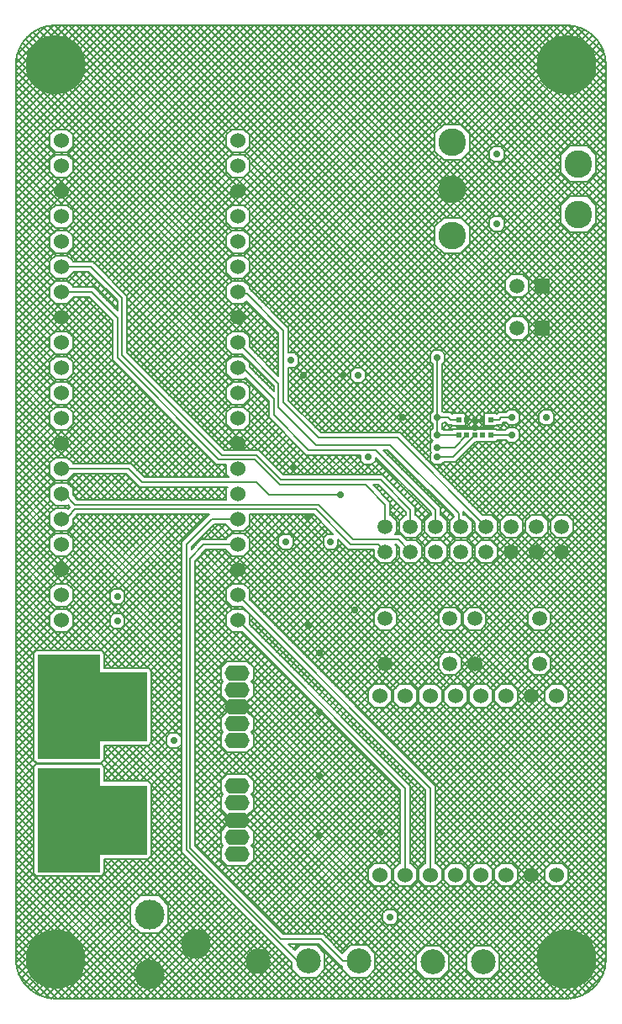
<source format=gbr>
%TF.GenerationSoftware,Altium Limited,Altium Designer,25.2.1 (25)*%
G04 Layer_Physical_Order=1*
G04 Layer_Color=255*
%FSLAX43Y43*%
%MOMM*%
%TF.SameCoordinates,F457C3C9-6880-4064-B818-50B76E06CF19*%
%TF.FilePolarity,Positive*%
%TF.FileFunction,Copper,L1,Top,Signal*%
%TF.Part,Single*%
G01*
G75*
%TA.AperFunction,NonConductor*%
%ADD10C,0.203*%
%TA.AperFunction,SMDPad,CuDef*%
%AMCUSTOMSHAPE11*
4,1,8,0.775,-5.250,0.775,-3.500,5.500,-3.500,5.500,3.500,0.775,3.500,0.775,5.250,-5.500,5.250,-5.500,-5.250,0.775,-5.250,0.0*%
%ADD11CUSTOMSHAPE11*%

%TA.AperFunction,BGAPad,CuDef*%
%ADD12R,0.500X0.500*%
%TA.AperFunction,Conductor*%
%ADD13C,0.200*%
%TA.AperFunction,ComponentPad*%
%ADD14C,2.500*%
%ADD15C,5.000*%
%ADD16O,2.500X1.600*%
%ADD17C,1.500*%
%ADD18C,3.000*%
%ADD19C,1.524*%
%ADD20C,6.000*%
%ADD21R,1.500X1.500*%
%ADD22C,2.775*%
%TA.AperFunction,ViaPad*%
%ADD23C,0.700*%
D10*
X59971Y94500D02*
G03*
X56000Y98471I-3971J0D01*
G01*
Y529D02*
G03*
X59971Y4500I0J3971D01*
G01*
X4500Y98471D02*
G03*
X529Y94500I0J-3971D01*
G01*
Y4500D02*
G03*
X4500Y529I3971J0D01*
G01*
X54760Y98471D02*
X59971Y93260D01*
X58562Y85862D02*
X59971Y87271D01*
X55479Y98471D02*
X59971Y93979D01*
X58989Y84134D02*
X59971Y85116D01*
X58989Y84903D02*
X59971Y83921D01*
X58989Y84852D02*
X59971Y85835D01*
X53323Y98471D02*
X59971Y91823D01*
X52605Y98471D02*
X59971Y91105D01*
X54042Y98471D02*
X59971Y92542D01*
X51168Y98471D02*
X59971Y89668D01*
X50450Y98471D02*
X59971Y88950D01*
X51886Y98471D02*
X59971Y90386D01*
X58540Y83197D02*
X59971Y81765D01*
X58536Y80807D02*
X59971Y82242D01*
X58989Y84185D02*
X59971Y83202D01*
X58899Y83556D02*
X59971Y82484D01*
X58989Y79823D02*
X59971Y80806D01*
X58989Y79105D02*
X59971Y80087D01*
X58896Y80448D02*
X59971Y81524D01*
X57541Y81249D02*
X59971Y83679D01*
X58177Y81167D02*
X59971Y82961D01*
X56823Y81249D02*
X59971Y84398D01*
X57549Y82751D02*
X59971Y80329D01*
X56831Y82751D02*
X59971Y79610D01*
X58181Y82837D02*
X59971Y81047D01*
X56874Y86329D02*
X59971Y89427D01*
X57592Y86329D02*
X59971Y88708D01*
X57059Y98328D02*
X59828Y95559D01*
X58625Y97480D02*
X58980Y97125D01*
X58203Y86221D02*
X59971Y87990D01*
X58921Y85503D02*
X59971Y86553D01*
X58095Y86329D02*
X58989Y85435D01*
X49731Y98471D02*
X59971Y88231D01*
X56202Y98466D02*
X59966Y94702D01*
X56305Y86329D02*
X58095D01*
X49494Y86133D02*
X59580Y96219D01*
X49752Y85673D02*
X59784Y95705D01*
X55411Y85435D02*
X56305Y86329D01*
X58989Y83645D02*
Y85435D01*
X58095Y82751D02*
X58989Y83645D01*
X56305Y82751D02*
X58095D01*
X56305Y81249D02*
X58095D01*
X58989Y80355D01*
X55411D02*
X56305Y81249D01*
X49752Y85124D02*
Y85876D01*
X55411Y83645D02*
Y85435D01*
X49376Y86252D02*
X49752Y85876D01*
X49590Y84963D02*
X55411Y79142D01*
Y83645D02*
X56305Y82751D01*
X49752Y85519D02*
X55411Y79860D01*
X58989Y79874D02*
X59971Y78892D01*
X58989Y79156D02*
X59971Y78173D01*
X58989Y78565D02*
Y80355D01*
X58095Y77671D02*
X58989Y78565D01*
X58566Y78142D02*
X59971Y76736D01*
X58207Y77783D02*
X59971Y76018D01*
X58925Y78501D02*
X59971Y77455D01*
X50473Y69152D02*
X59971Y78650D01*
X56305Y77671D02*
X58095D01*
X52152Y72267D02*
X57555Y77671D01*
X49752Y78335D02*
X59971Y68115D01*
X49498Y77870D02*
X59971Y67397D01*
X51191Y69152D02*
X59971Y77932D01*
X52102Y68626D02*
X59971Y76495D01*
X52152Y67957D02*
X59971Y75777D01*
X57600Y77671D02*
X59971Y75300D01*
X56882Y77671D02*
X59971Y74581D01*
X52127Y71649D02*
X59971Y63805D01*
X51768Y71290D02*
X59971Y63086D01*
X52152Y72343D02*
X59971Y64523D01*
X51241Y71098D02*
X59971Y62368D01*
X50523Y71098D02*
X59971Y61650D01*
X51743Y68985D02*
X59971Y77214D01*
X49444Y59502D02*
X59971Y70029D01*
X51003Y59624D02*
X59971Y68592D01*
X50412Y59752D02*
X59971Y69311D01*
X55411Y78565D02*
X56305Y77671D01*
X51131Y73402D02*
X55853Y78124D01*
X55411Y78565D02*
Y80355D01*
X50424Y73402D02*
X51576D01*
X51712Y73265D02*
X56212Y77764D01*
X52072Y72906D02*
X56837Y77671D01*
X51576Y73402D02*
X52152Y72826D01*
X49586Y79041D02*
X55411Y84866D01*
X49752Y78488D02*
X55411Y84148D01*
X49376Y79252D02*
X49752Y78876D01*
X49376Y77748D02*
X49752Y78124D01*
X49848Y72826D02*
X50424Y73402D01*
X49752Y78124D02*
Y78876D01*
X52152Y71674D02*
Y72826D01*
X51576Y71098D02*
X52152Y71674D01*
X50424Y71098D02*
X51576D01*
Y69152D02*
X52152Y68576D01*
Y67424D02*
Y68576D01*
X50424Y69152D02*
X51576D01*
X49848Y71773D02*
X50523Y71098D01*
X49848Y71674D02*
X50424Y71098D01*
X49848Y71674D02*
Y72826D01*
Y68576D02*
X50424Y69152D01*
X49848Y68527D02*
X50473Y69152D01*
X49848Y67424D02*
Y68576D01*
X49013Y98471D02*
X59971Y87513D01*
X48294Y98471D02*
X59971Y86794D01*
X44702Y98471D02*
X56845Y86329D01*
X45421Y98471D02*
X57563Y86329D01*
X46857Y98471D02*
X59971Y85357D01*
X46139Y98471D02*
X59971Y84639D01*
X47576Y98471D02*
X59971Y86076D01*
X43984Y98471D02*
X56216Y86239D01*
X39673Y98471D02*
X56896Y81249D01*
X43265Y98471D02*
X55857Y85880D01*
X38955Y98471D02*
X56241Y81185D01*
X40392Y98471D02*
X57614Y81249D01*
X38236Y98471D02*
X55882Y80826D01*
X46289Y86521D02*
X57806Y98037D01*
X48894Y86252D02*
X59321Y96678D01*
X46108Y87776D02*
X56734Y98403D01*
X46289Y87239D02*
X57302Y98252D01*
X46289Y77900D02*
X59971Y91582D01*
X46289Y77181D02*
X59971Y90864D01*
X49078Y79252D02*
X59971Y90145D01*
X43886Y79089D02*
X59922Y95125D01*
X44605Y79089D02*
X59971Y94456D01*
X45748Y88135D02*
X56084Y98471D01*
X45718Y78766D02*
X59971Y93019D01*
X46077Y78406D02*
X59971Y92300D01*
X45323Y79089D02*
X59971Y93737D01*
X44665Y88489D02*
X54648Y98471D01*
X45384Y88489D02*
X55366Y98471D01*
X43947Y88489D02*
X53929Y98471D01*
X46289Y87545D02*
X48248Y85586D01*
X41110Y98471D02*
X55411Y84171D01*
X42547Y98471D02*
X55497Y85521D01*
X41829Y98471D02*
X55411Y84889D01*
X36800Y98471D02*
X49019Y86252D01*
X37518Y98471D02*
X55523Y80467D01*
X36081Y98471D02*
X48463Y86090D01*
X28897Y98471D02*
X48370Y78998D01*
X29615Y98471D02*
X48835Y79252D01*
X28179Y98471D02*
X48248Y78402D01*
X49376Y84748D02*
X49752Y85124D01*
X48624Y84748D02*
X49376D01*
X48624Y86252D02*
X49376D01*
X48624Y79252D02*
X49376D01*
X48624Y77748D02*
X49376D01*
X48248Y78124D02*
X48624Y77748D01*
X48248Y85876D02*
X48624Y86252D01*
X48248Y85124D02*
X48624Y84748D01*
X48248Y85124D02*
Y85876D01*
Y78876D02*
X48624Y79252D01*
X46289Y76463D02*
X48248Y78422D01*
Y78124D02*
Y78876D01*
X46289Y86108D02*
X59971Y72426D01*
X46081Y85598D02*
X59971Y71707D01*
X46289Y86827D02*
X59971Y73144D01*
X49086Y84748D02*
X59971Y73863D01*
X45331Y84911D02*
X59971Y70271D01*
X44613Y84911D02*
X59971Y69552D01*
X45722Y85238D02*
X59971Y70989D01*
X28002Y66796D02*
X58657Y97452D01*
X43894Y84911D02*
X59971Y68834D01*
X28002Y67515D02*
X58256Y97769D01*
X27460Y98471D02*
X59971Y65960D01*
X26742Y98471D02*
X59971Y65242D01*
X28002Y66078D02*
X59012Y97088D01*
X45802Y59452D02*
X59971Y73621D01*
X47957Y59452D02*
X59971Y71466D01*
X48902Y77748D02*
X59971Y66679D01*
X45802Y58733D02*
X59971Y72903D01*
X45638Y57852D02*
X59971Y72185D01*
X48675Y59452D02*
X59971Y70748D01*
X45392Y75511D02*
X59971Y60931D01*
X44378Y59465D02*
X59971Y75058D01*
X43502Y62899D02*
X59971Y79369D01*
X32357Y57502D02*
X57606Y82751D01*
X45083Y59452D02*
X59971Y74340D01*
X31638Y57502D02*
X56888Y82751D01*
X35679Y63698D02*
X55519Y83537D01*
X35752Y63052D02*
X55878Y83178D01*
X29002Y64923D02*
X48827Y84748D01*
X42762Y65752D02*
X55493Y78483D01*
X31085Y57667D02*
X56237Y82819D01*
X33794Y57502D02*
X55411Y79119D01*
X33075Y57502D02*
X55411Y79837D01*
X24653Y71350D02*
X51774Y98471D01*
X25012Y70991D02*
X52492Y98471D01*
X26023D02*
X51093Y73402D01*
X25371Y70631D02*
X53211Y98471D01*
X28744Y65383D02*
X48367Y85006D01*
X28144Y65502D02*
X48248Y85606D01*
X46289Y77487D02*
X50399Y73377D01*
X46289Y76769D02*
X50040Y73018D01*
X46112Y76228D02*
X49848Y72491D01*
X43955Y75511D02*
X50369Y69097D01*
X44673Y75511D02*
X51033Y69152D01*
X45752Y75869D02*
X49848Y71773D01*
X43752Y65304D02*
X49985Y71538D01*
X43502Y64336D02*
X50344Y71178D01*
X43428Y65699D02*
X49848Y72119D01*
X35265Y64002D02*
X49012Y77748D01*
X43502Y63617D02*
X50983Y71098D01*
X29649Y59104D02*
X48459Y77914D01*
X54004Y59752D02*
X59971Y65719D01*
X54549Y59578D02*
X59971Y65000D01*
X52152Y68033D02*
X59971Y60213D01*
X51576Y66848D02*
X52152Y67424D01*
X51737Y67010D02*
X59971Y58776D01*
X54752Y59062D02*
X59971Y64282D01*
X52097Y67369D02*
X59971Y59494D01*
X51252Y59154D02*
X59971Y67874D01*
X51180Y66848D02*
X59971Y58057D01*
X50424Y66848D02*
X51576D01*
X50462D02*
X59971Y57339D01*
X51206Y57672D02*
X59971Y66437D01*
X50817Y58002D02*
X59971Y67156D01*
X54752Y58624D02*
Y59376D01*
X54376Y58248D02*
X54752Y58624D01*
X54376Y59752D02*
X54752Y59376D01*
X53624Y58248D02*
X54376D01*
X54564Y58436D02*
X59971Y53029D01*
X54033Y58248D02*
X59971Y52310D01*
X54752Y58967D02*
X59971Y53747D01*
X53248Y59376D02*
X53624Y59752D01*
X54376D01*
X53248Y58624D02*
Y59376D01*
X51252Y56999D02*
X53248Y58996D01*
Y58624D02*
X53624Y58248D01*
X50876Y56498D02*
X51252Y56874D01*
X49848Y67462D02*
X50462Y66848D01*
X50124Y59752D02*
X50876D01*
X49848Y67424D02*
X50424Y66848D01*
X49874Y59502D02*
X50124Y59752D01*
X51252Y58624D02*
Y59376D01*
X50876Y58248D02*
X51252Y58624D01*
X50876Y59752D02*
X51252Y59376D01*
X49159Y59502D02*
X49660D01*
X49874D01*
X49159D02*
X49660D01*
X49460Y58298D02*
X49660Y58498D01*
X49874D01*
X49460Y58298D02*
X49660Y58498D01*
X50124Y58248D02*
X50876D01*
X50124Y58002D02*
X50876D01*
X50441Y58248D02*
X50688Y58002D01*
X50876D02*
X51252Y57626D01*
Y56874D02*
Y57626D01*
X50124Y56498D02*
X50876D01*
X49874Y58498D02*
X50124Y58248D01*
X49566Y58405D02*
X50047Y57924D01*
X49106Y57727D02*
X49876Y58497D01*
X49824Y57727D02*
X50346Y58248D01*
X49899Y56723D02*
X50124Y56498D01*
X49849Y57727D02*
X50124Y58002D01*
X51186Y49031D02*
X59971Y57816D01*
X53502Y49191D02*
X59971Y55661D01*
X51252Y58875D02*
X59971Y50155D01*
X52784Y49191D02*
X59971Y56379D01*
X51252Y57438D02*
X59971Y48718D01*
X51545Y48672D02*
X59971Y57098D01*
X53893Y48864D02*
X59971Y54942D01*
X49910Y49191D02*
X59971Y59253D01*
X50628Y49191D02*
X59971Y58535D01*
X51018Y58390D02*
X59971Y49436D01*
X49811Y56723D02*
X59971Y46563D01*
X50754Y56498D02*
X59971Y47281D01*
X51174Y56797D02*
X59971Y48000D01*
X56241Y49056D02*
X59971Y52787D01*
X56600Y48697D02*
X59971Y52069D01*
X56106Y49191D02*
X56682Y48616D01*
Y48061D02*
X59971Y51350D01*
X56106Y46888D02*
X56682Y47464D01*
Y48616D01*
X55657Y49191D02*
X59971Y53506D01*
X54954Y49191D02*
X56106D01*
X54378Y48616D02*
X54954Y49191D01*
X54142Y48394D02*
X59971Y54224D01*
X54954Y46888D02*
X56106D01*
X54378Y47464D02*
X54954Y46888D01*
X52414Y49191D02*
X53566D01*
X54142Y48616D01*
X51838D02*
X52414Y49191D01*
X51602Y47464D02*
Y48616D01*
X54142Y47464D02*
Y48616D01*
X54378Y47464D02*
Y48616D01*
X51838Y47464D02*
Y48616D01*
X49874Y49191D02*
X51026D01*
X51602Y48616D01*
X49298D02*
X49874Y49191D01*
X49298Y48580D02*
X49910Y49191D01*
X49298Y47464D02*
Y48616D01*
X49062Y47464D02*
Y48616D01*
X54142Y48082D02*
X54378Y47845D01*
X54142Y47676D02*
X54378Y47913D01*
X51838Y47512D02*
X52462Y46888D01*
X53566D02*
X54142Y47464D01*
X52414Y46888D02*
X53566D01*
X51838Y47464D02*
X52414Y46888D01*
X51602Y48009D02*
X51838Y48246D01*
X51602Y47748D02*
X51838Y47512D01*
X51602Y48467D02*
X51838Y48230D01*
X51026Y46888D02*
X51602Y47464D01*
X49874Y46888D02*
X51026D01*
X49298Y47464D02*
X49874Y46888D01*
X49002Y59344D02*
X49159Y59502D01*
X49002Y59344D02*
X49159Y59502D01*
X47698Y59452D02*
X49002D01*
Y59344D02*
Y59452D01*
Y58148D02*
Y58298D01*
X49460D01*
X48809Y58148D02*
X48959Y58298D01*
X43502Y61462D02*
X49848Y67809D01*
X43502Y60744D02*
X50015Y67257D01*
X43502Y62181D02*
X49848Y68527D01*
X43502Y60025D02*
X50374Y66898D01*
X43696Y59502D02*
X51043Y66848D01*
X43752Y64938D02*
X49188Y59502D01*
X49002Y58298D02*
X49460D01*
X49002Y58251D02*
X49526Y57727D01*
X48512Y57852D02*
X48809Y58148D01*
X49002Y57727D02*
Y57852D01*
Y57727D02*
X49849D01*
X49002Y56723D02*
X49899D01*
X49002Y56548D02*
Y56723D01*
X48202Y57852D02*
X49002D01*
X48202Y56548D02*
X49002D01*
X47698Y58148D02*
X49002D01*
X45118Y51584D02*
X50078Y56544D01*
X45478Y51225D02*
X50751Y56498D01*
X44759Y51943D02*
X49539Y56723D01*
X47698Y58148D02*
Y59452D01*
X46898Y57852D02*
X47402D01*
X46602D02*
X46898D01*
X47402D01*
X47794D02*
X48090Y58148D01*
X48386D02*
X48683Y57852D01*
X47075D02*
X47698Y58475D01*
X43549Y64422D02*
X48519Y59452D01*
X43502Y63751D02*
X47801Y59452D01*
X43502Y63033D02*
X47698Y58836D01*
X43502Y62314D02*
X47964Y57852D01*
X46357D02*
X47698Y59193D01*
X45802Y59296D02*
X47246Y57852D01*
X47698D02*
X48202D01*
X47698D02*
X48202D01*
X47402D02*
X47698D01*
Y56548D02*
X48202D01*
X47698D02*
X48202D01*
X47402D02*
X47698D01*
X46898D02*
X47402D01*
X46898D02*
X47402D01*
X45052Y54749D02*
X46851Y56548D01*
X44041Y52662D02*
X47927Y56548D01*
X44400Y52303D02*
X48646Y56548D01*
X43681Y53021D02*
X47209Y56548D01*
X47755Y49192D02*
X59971Y61408D01*
X48473Y49192D02*
X59971Y60690D01*
X47274Y49429D02*
X59971Y62127D01*
X47830Y56548D02*
X55187Y49191D01*
X48839Y48839D02*
X59971Y59971D01*
X48839Y48839D02*
X59971Y59971D01*
X48549Y56548D02*
X55906Y49191D01*
X46555Y50147D02*
X59971Y63564D01*
X46196Y50506D02*
X53938Y58248D01*
X45837Y50866D02*
X53422Y58451D01*
X46914Y49788D02*
X59971Y62845D01*
X47112Y56548D02*
X54712Y48949D01*
X46622Y56320D02*
X54378Y48564D01*
X46263Y55961D02*
X53032Y49191D01*
X49062Y48133D02*
X49298Y47896D01*
X49062Y48343D02*
X49298Y48580D01*
X48646Y46491D02*
X49459Y47304D01*
X49006Y46132D02*
X49818Y46944D01*
X49062Y47625D02*
X49298Y47862D01*
X45904Y55601D02*
X52364Y49141D01*
X45185Y54883D02*
X50877Y49191D01*
X44826Y54524D02*
X50159Y49191D01*
X45545Y55242D02*
X52005Y48782D01*
X44133Y54498D02*
X49657Y48974D01*
X43520Y54393D02*
X49298Y48615D01*
X47511Y49192D02*
X48486D01*
X49062Y48616D01*
X46758Y47464D02*
Y48439D01*
X46522Y47799D02*
X46758Y47563D01*
X47433Y46888D01*
X48486D02*
X49062Y47464D01*
X46758D02*
X47334Y46888D01*
X39452Y57251D02*
X47511Y49192D01*
X42946Y54248D02*
X48003Y49192D01*
X45628Y49569D02*
X46758Y48439D01*
X46522Y47958D02*
X46758Y48195D01*
X45933Y46652D02*
X46758Y47477D01*
X46522Y48518D02*
X46758Y48281D01*
X47433Y46888D02*
X47669Y46652D01*
X47334D02*
X48486D01*
X47370D02*
X47607Y46888D01*
X48151D02*
X48388Y46652D01*
X48486D02*
X49062Y46076D01*
X48088Y46652D02*
X48325Y46888D01*
X46330Y47273D02*
X47143Y46460D01*
X47334Y46888D02*
X48486D01*
X46299Y46299D02*
X47111Y47111D01*
X46299Y46299D02*
X47111Y47111D01*
X46758Y46076D02*
X47334Y46652D01*
X45971Y46913D02*
X46783Y46101D01*
X46289Y85805D02*
Y87595D01*
X45395Y84911D02*
X46289Y85805D01*
X45395Y88489D02*
X46289Y87595D01*
X45345Y88489D02*
X46289Y87545D01*
Y76405D02*
Y78195D01*
X45395Y75511D02*
X46289Y76405D01*
X45395Y79089D02*
X46289Y78195D01*
X43605Y84911D02*
X45395D01*
X43605Y79089D02*
X45395D01*
X43605Y88489D02*
X45395D01*
X45337Y75511D02*
X46289Y76463D01*
X43502Y61596D02*
X45646Y59452D01*
X43605Y75511D02*
X45395D01*
X44498Y59344D02*
Y59452D01*
X45802D01*
X44341Y59502D02*
X44498Y59344D01*
X44341Y59502D02*
X44498Y59344D01*
X45646Y59452D02*
X45802Y59296D01*
Y58148D02*
Y59452D01*
X44498Y58148D02*
Y58298D01*
X43840Y59502D02*
X44341D01*
X43840D02*
X44341D01*
X43502Y60159D02*
X44159Y59502D01*
X43502Y60877D02*
X44927Y59452D01*
X44040Y58298D02*
X44498D01*
X44040D02*
X44498D01*
X42711Y78195D02*
X43605Y79089D01*
X42711Y76405D02*
X43605Y75511D01*
X42711Y85805D02*
X43605Y84911D01*
X42711Y76405D02*
Y78195D01*
X43752Y64624D02*
Y65376D01*
X43502Y64374D02*
X43752Y64624D01*
X43376Y65752D02*
X43752Y65376D01*
X42711Y87595D02*
X43605Y88489D01*
X42624Y65752D02*
X43376D01*
X42711Y85805D02*
Y87595D01*
X42248Y65376D02*
X42624Y65752D01*
X42248Y64624D02*
X42498Y64374D01*
X42248Y64624D02*
Y65376D01*
X43626Y59502D02*
X43840D01*
X43626Y58498D02*
X43840D01*
X43502Y59626D02*
X43626Y59502D01*
X43840Y58498D02*
X44040Y58298D01*
X43840Y58498D02*
X44040Y58298D01*
X43502Y58374D02*
X43626Y58498D01*
X42498Y59626D02*
Y64374D01*
X43502Y59626D02*
Y64374D01*
X35752Y62874D02*
Y63626D01*
X42248Y59376D02*
X42498Y59626D01*
X42248Y58624D02*
X42498Y58374D01*
X42248Y58624D02*
Y59376D01*
X44498Y58148D02*
X45802D01*
X45512D02*
X45809Y57852D01*
X44794Y58148D02*
X45090Y57852D01*
X44920D02*
X45217Y58148D01*
X45802Y58577D02*
X46527Y57852D01*
X44077Y57727D02*
X44498Y58148D01*
X43725Y58498D02*
X44497Y57727D01*
X43502Y57876D02*
Y58374D01*
X43504Y57873D02*
X43985Y58353D01*
X38104Y57502D02*
X42498Y61896D01*
X39371Y57331D02*
X42498Y60459D01*
X39730Y56972D02*
X42498Y59741D01*
X38823Y57502D02*
X42498Y61177D01*
X45298Y57852D02*
X45802D01*
X46098D01*
X44498D02*
X45298D01*
X45802D01*
X46098D02*
X46602D01*
X46098D02*
X46602D01*
X44498Y57727D02*
Y57852D01*
X43502Y58004D02*
X43779Y57727D01*
X43651D02*
X44498D01*
X43502Y57876D02*
X43651Y57727D01*
X37854Y55748D02*
X44602Y49000D01*
X37999Y55748D02*
X44625Y49123D01*
X37504Y55748D02*
X43081Y50172D01*
X42498Y57876D02*
Y58374D01*
X42248Y57626D02*
X42498Y57876D01*
X39201Y57502D02*
X39452Y57251D01*
X39201Y57502D02*
X39452Y57251D01*
X40089Y56613D02*
X42248Y58772D01*
X40449Y56254D02*
X42498Y58304D01*
X42248Y56874D02*
Y57626D01*
X36667Y57502D02*
X42498Y63333D01*
X37386Y57502D02*
X42498Y62614D01*
X35949Y57502D02*
X42498Y64051D01*
X35752Y63598D02*
X42248Y57102D01*
X38699Y57502D02*
X39201D01*
X38699D02*
X39201D01*
X42248Y56874D02*
X42498Y56625D01*
X42248Y56376D02*
X42498Y56625D01*
X42248Y55624D02*
Y56376D01*
Y55624D02*
X42373Y55500D01*
X42248Y55376D02*
X42373Y55500D01*
X42248Y54624D02*
Y55376D01*
X40808Y55895D02*
X42248Y57335D01*
X37504Y55748D02*
X37999D01*
X37646Y55606D02*
X37788Y55748D01*
X41167Y55535D02*
X42377Y56746D01*
X41526Y55176D02*
X42248Y55898D01*
X38005Y55247D02*
X38253Y55495D01*
X34644Y98471D02*
X44627Y88489D01*
X35363Y98471D02*
X45345Y88489D01*
X33207Y98471D02*
X43398Y88281D01*
X33926Y98471D02*
X43908Y88489D01*
X31052Y98471D02*
X42711Y86813D01*
X32489Y98471D02*
X43038Y87922D01*
X31771Y98471D02*
X42711Y87531D01*
X25305Y98471D02*
X44687Y79089D01*
X25730Y70272D02*
X42711Y87253D01*
X30334Y98471D02*
X42711Y86094D01*
X26449Y69554D02*
X42711Y85816D01*
X26808Y69195D02*
X43065Y85452D01*
X26089Y69913D02*
X42711Y86535D01*
X35376Y64002D02*
X35752Y63626D01*
X35348Y64002D02*
X35752Y63598D01*
X34248Y63626D02*
X34624Y64002D01*
X35376D01*
Y62498D02*
X35752Y62874D01*
X34624Y62498D02*
X35376D01*
X34248Y62874D02*
X34624Y62498D01*
X27526Y68476D02*
X43961Y84911D01*
X27885Y68117D02*
X44679Y84911D01*
X27167Y68835D02*
X43424Y85092D01*
X28002Y62486D02*
X42711Y77195D01*
X28002Y61767D02*
X42711Y76477D01*
X28002Y63204D02*
X42711Y77914D01*
X28002Y65502D02*
Y67499D01*
Y65601D02*
X28101Y65502D01*
X28002Y67499D02*
Y68001D01*
Y67499D02*
Y68001D01*
X28626Y65502D02*
X29002Y65126D01*
Y64374D02*
Y65126D01*
X28002Y65502D02*
X28626D01*
X27751Y68252D02*
X28002Y68001D01*
X27751Y68252D02*
X28002Y68001D01*
X24970Y65202D02*
X26998Y67230D01*
Y63174D02*
Y67499D01*
X25689Y64484D02*
X26998Y65793D01*
X25330Y64843D02*
X26998Y66512D01*
X28626Y63998D02*
X29002Y64374D01*
X28002Y63998D02*
X28626D01*
X28002Y63923D02*
X28077Y63998D01*
X26766Y63406D02*
X26998Y63638D01*
X34248Y62874D02*
Y63626D01*
X26407Y63765D02*
X26998Y64356D01*
X26048Y64124D02*
X26998Y65075D01*
X25018Y63094D02*
X25296Y63372D01*
X24659Y63454D02*
X24936Y63731D01*
X25736Y62376D02*
X26014Y62654D01*
X26096Y62017D02*
X26373Y62294D01*
X25377Y62735D02*
X25655Y63013D01*
X28930Y59822D02*
X44619Y75511D01*
X29289Y59463D02*
X45337Y75511D01*
X28571Y60181D02*
X43900Y75511D01*
X28756Y64128D02*
X35383Y57502D01*
X34512D02*
X42248Y65238D01*
X35231Y57502D02*
X42301Y64572D01*
X29002Y64601D02*
X36101Y57502D01*
X28002Y61049D02*
X43034Y76082D01*
X28212Y60541D02*
X43394Y75723D01*
X28002Y67756D02*
X38256Y57502D01*
X28002Y67038D02*
X37538Y57502D01*
X28002Y66319D02*
X36819Y57502D01*
X28167Y63998D02*
X34664Y57502D01*
X35752Y62880D02*
X42252Y56379D01*
X34696Y62498D02*
X42248Y54946D01*
X35395Y62518D02*
X42248Y55665D01*
X32417Y53252D02*
X34414Y55248D01*
X34044D02*
X36040Y53252D01*
X31699D02*
X33696Y55248D01*
X30367Y58385D02*
X34552Y62571D01*
X30726Y58026D02*
X35198Y62498D01*
X30008Y58745D02*
X34248Y62985D01*
X28002Y63446D02*
X33946Y57502D01*
X31251D02*
X38699D01*
X28002Y62727D02*
X33227Y57502D01*
X28002Y60751D02*
Y63998D01*
Y62009D02*
X32509Y57502D01*
X26498Y61614D02*
Y62169D01*
X25998Y58999D02*
X26249Y58748D01*
X28002Y61290D02*
X31790Y57502D01*
X28002Y60751D02*
X31251Y57502D01*
X26249Y58748D02*
X29498Y55499D01*
X25998Y58999D02*
Y59501D01*
Y58999D02*
Y59501D01*
Y60609D01*
X24859Y55752D02*
X27053Y57945D01*
X25289Y55463D02*
X27412Y57586D01*
X25998Y58999D02*
X26249Y58748D01*
X29498Y55499D02*
X29749Y55248D01*
X29498Y55499D02*
X29749Y55248D01*
X26726Y54026D02*
X28849Y56149D01*
X27445Y53308D02*
X29567Y55430D01*
X28825Y53252D02*
X30822Y55248D01*
X27085Y53667D02*
X29208Y55790D01*
X25649Y55104D02*
X27771Y57226D01*
X25001Y55752D02*
X25252Y55501D01*
X25001Y55752D02*
X25252Y55501D01*
X26008Y54745D02*
X28130Y56867D01*
X26367Y54385D02*
X28490Y56508D01*
X25252Y55501D02*
X27501Y53252D01*
X44801Y54498D02*
X45052Y54749D01*
X44299Y54498D02*
X44801D01*
X43626D02*
X44299D01*
X44801D01*
X45052Y54749D01*
X43322Y53380D02*
X44440Y54498D01*
X43376Y54248D02*
X43626Y54498D01*
X42963Y53739D02*
X43722Y54498D01*
X42624Y54248D02*
X43376D01*
X42675Y50578D02*
X42922Y50825D01*
X43081Y50172D02*
X43332Y49921D01*
X43081Y50172D02*
X43332Y49921D01*
X43034Y50218D02*
X43282Y50466D01*
X45628Y49411D02*
X45848Y49192D01*
X45628Y49220D02*
X45803Y49395D01*
X45628Y49192D02*
Y49569D01*
Y49192D02*
Y49569D01*
Y49192D02*
X45946D01*
X44625Y49023D02*
Y49123D01*
X43784Y48813D02*
X44359Y49388D01*
X43332Y49797D02*
X43641Y50107D01*
X43332Y49419D02*
Y49921D01*
Y49419D02*
Y49921D01*
X43425Y49172D02*
X44000Y49747D01*
X43332Y49553D02*
X44243Y48641D01*
X43332Y49192D02*
Y49419D01*
X42248Y54624D02*
X42624Y54248D01*
X42604Y54099D02*
X42754Y54248D01*
X41885Y54817D02*
X42248Y55180D01*
X42245Y54458D02*
X42330Y54543D01*
X41956Y51296D02*
X42204Y51544D01*
X42316Y50937D02*
X42563Y51184D01*
X41597Y51655D02*
X41845Y51903D01*
X40160Y53092D02*
X40408Y53340D01*
X40520Y52733D02*
X40767Y52980D01*
X39801Y53451D02*
X40049Y53699D01*
X40879Y52374D02*
X41126Y52621D01*
X41238Y52014D02*
X41486Y52262D01*
X39988Y50764D02*
X40486Y51262D01*
X40792Y49459D02*
Y49961D01*
Y49192D02*
Y49459D01*
Y49961D01*
X41077Y48980D02*
X41922Y49825D01*
X42328Y49192D02*
Y49419D01*
X40792Y49937D02*
X41896Y48833D01*
X40347Y50405D02*
X40845Y50903D01*
X40706Y50046D02*
X41204Y50544D01*
X40541Y50212D02*
X40792Y49961D01*
X40541Y50212D02*
X40792Y49961D01*
Y49413D02*
X41563Y50184D01*
X39788Y49192D02*
Y49459D01*
X45946Y49192D02*
X46522Y48616D01*
X45848Y49192D02*
X46522Y48518D01*
X44218Y48616D02*
X44625Y49023D01*
X44218Y47464D02*
Y48616D01*
X46522Y47464D02*
Y48616D01*
X45946Y46889D02*
X46522Y47464D01*
X44218D02*
X44794Y46889D01*
X43982Y48292D02*
X44218Y48529D01*
X43982Y48184D02*
X44218Y47947D01*
X43406Y49192D02*
X43982Y48616D01*
Y47574D02*
X44218Y47811D01*
X43982Y47466D02*
X44796Y46652D01*
X43982Y47464D02*
Y48616D01*
X44794Y46889D02*
X45946D01*
X44794Y46652D02*
X45946D01*
X45215D02*
X45452Y46889D01*
X45277D02*
X45514Y46652D01*
X45946D02*
X46522Y46076D01*
X44218D02*
X44794Y46652D01*
X43406Y46888D02*
X43982Y47464D01*
X43592Y46466D02*
X44405Y47278D01*
X42254Y46888D02*
X43406D01*
X43623Y47106D02*
X44436Y46293D01*
X43951Y46106D02*
X44764Y46919D01*
X43406Y46652D02*
X43982Y46076D01*
X41678Y48616D02*
X42254Y49192D01*
X41442Y47850D02*
X41678Y47614D01*
X41442Y48569D02*
X41678Y48332D01*
X41442Y47907D02*
X41678Y48144D01*
Y47464D02*
Y48616D01*
Y47464D02*
X42254Y46888D01*
X41442Y47464D02*
Y48616D01*
X41437Y48621D02*
X42282Y49466D01*
X40819Y49192D02*
X41442Y48569D01*
X40866Y49192D02*
X41442Y48616D01*
X40885Y46632D02*
X41698Y47445D01*
X41276Y47298D02*
X42088Y46486D01*
X40866Y46888D02*
X41442Y47464D01*
X42404Y46888D02*
X42640Y46652D01*
X42254D02*
X43406D01*
X42341D02*
X42578Y46888D01*
X43059Y46652D02*
X43296Y46888D01*
X43122D02*
X43359Y46652D01*
X41244Y46273D02*
X42057Y47086D01*
X39714Y46888D02*
X40866D01*
X39891Y46652D02*
X40866D01*
X40186D02*
X40423Y46888D01*
X40916Y46939D02*
X41729Y46126D01*
X40866Y46652D02*
X41442Y46076D01*
X40248Y46888D02*
X40485Y46652D01*
X39083Y54170D02*
X39330Y54417D01*
X39442Y53810D02*
X39690Y54058D01*
X38364Y54888D02*
X38612Y55136D01*
X38724Y54529D02*
X38971Y54776D01*
X37833Y52920D02*
X38330Y53417D01*
X37501Y53252D02*
X37752Y53001D01*
X37501Y53252D02*
X37752Y53001D01*
X36428Y54301D02*
X37477Y53252D01*
X36728D02*
X37612Y54136D01*
X36009Y53252D02*
X37253Y54495D01*
X37446Y53252D02*
X37971Y53776D01*
X36999Y53252D02*
X37501D01*
X36999D02*
X37501D01*
X38910Y51842D02*
X39408Y52340D01*
X39270Y51483D02*
X39767Y51980D01*
X38192Y52560D02*
X38690Y53058D01*
X38551Y52201D02*
X39049Y52699D01*
X39629Y51124D02*
X40126Y51621D01*
X38001Y50752D02*
X38252Y50501D01*
X38001Y50752D02*
X38252Y50501D01*
X36833Y51920D02*
X37080Y52167D01*
X37192Y51560D02*
X37440Y51808D01*
X36504Y52248D02*
X36999D01*
X36504D02*
X38001Y50752D01*
X37910Y50842D02*
X38158Y51090D01*
X37551Y51201D02*
X37799Y51449D01*
X31170Y55248D02*
X33167Y53252D01*
X35248Y54624D02*
Y55248D01*
X30452D02*
X32448Y53252D01*
X30981D02*
X32977Y55248D01*
X32607D02*
X34604Y53252D01*
X33136D02*
X35133Y55248D01*
X31888D02*
X33885Y53252D01*
X29749Y55248D02*
X30251D01*
X35248D01*
X29749D02*
X30251D01*
X29544Y53252D02*
X31541Y55248D01*
X30262Y53252D02*
X32259Y55248D01*
X28107Y53252D02*
X30104Y55248D01*
X36752Y54624D02*
Y54996D01*
Y54712D02*
X36894Y54854D01*
X35624Y54248D02*
X36376D01*
X36752Y54624D01*
X35762Y54248D02*
X36759Y53252D01*
X35291D02*
X36288Y54248D01*
X35248Y54624D02*
X35624Y54248D01*
X27501Y53252D02*
X36999D01*
X34762Y55248D02*
X35248Y54762D01*
X33325Y55248D02*
X35322Y53252D01*
X34573D02*
X35597Y54276D01*
X33854Y53252D02*
X35248Y54646D01*
X38371Y49147D02*
X39236Y50012D01*
X38730Y48788D02*
X39595Y49653D01*
X38252Y49604D02*
X39189Y48666D01*
X38326Y49192D02*
X38902Y48616D01*
X39138D02*
X39714Y49192D01*
X39138Y47464D02*
Y48616D01*
X38902Y47464D02*
Y48616D01*
X37477Y53252D02*
X40792Y49937D01*
X37752Y53001D02*
X40541Y50212D01*
X36999Y52248D02*
X39788Y49459D01*
X36752Y54996D02*
X42328Y49419D01*
X36752Y54696D02*
X42256Y49192D01*
X38252Y50322D02*
X39548Y49026D01*
X38902Y47517D02*
X39167Y47252D01*
X39291D02*
X39542Y47001D01*
X38902Y47523D02*
X39138Y47759D01*
Y47464D02*
X39714Y46888D01*
X39542Y47001D02*
X39891Y46652D01*
X39291Y47252D02*
X39542Y47001D01*
X38902Y48241D02*
X39138Y48478D01*
X38902Y48235D02*
X39138Y47998D01*
X38689Y47252D02*
X38902Y47464D01*
X38789Y47252D02*
X39291D01*
X38789D02*
X39291D01*
X38729Y46248D02*
X38902Y46076D01*
X38252Y50465D02*
X38517Y50730D01*
X38252Y49746D02*
X38876Y50371D01*
X38252Y49999D02*
Y50501D01*
Y49999D02*
Y50501D01*
Y49192D02*
Y49999D01*
X30499Y49248D02*
X32496Y47252D01*
X29986Y49248D02*
X31983Y47252D01*
X25675Y49248D02*
X27672Y47252D01*
X27854D02*
X29851Y49248D01*
X24957D02*
X27164Y47041D01*
X28549Y49248D02*
X31498Y46299D01*
X29267Y49248D02*
X31569Y46947D01*
X28349Y47028D02*
X30534Y49213D01*
X31874Y47252D02*
X32496D01*
X38689Y47252D02*
X38789D01*
X32165Y47252D02*
X32330Y47417D01*
X31498Y46876D02*
X31874Y47252D01*
X33002Y46124D02*
Y46746D01*
X31498Y46124D02*
Y46876D01*
X27374Y47252D02*
X28126D01*
X28502Y46876D01*
X26998D02*
X27374Y47252D01*
X28502Y46462D02*
X30894Y48854D01*
X28502Y46124D02*
Y46876D01*
X26998Y46124D02*
Y46876D01*
X54091Y47414D02*
X59971Y41534D01*
X56439Y47221D02*
X59971Y43689D01*
X56682Y48416D02*
X59971Y45126D01*
X56682Y47697D02*
X59971Y44407D01*
X52833Y39902D02*
X59971Y47040D01*
X53180Y46888D02*
X59971Y40097D01*
X53732Y47055D02*
X59971Y40815D01*
X51385Y47247D02*
X59971Y38660D01*
X52462Y46888D02*
X59971Y39379D01*
X49092Y56723D02*
X59971Y45844D01*
X49037Y47439D02*
X59971Y36505D01*
X48678Y47080D02*
X59971Y35786D01*
X47902Y38562D02*
X59971Y50632D01*
X54048Y39679D02*
X59971Y45603D01*
X54402Y39315D02*
X59971Y44885D01*
X56054Y46888D02*
X59971Y42971D01*
X55335Y46888D02*
X59971Y42252D01*
X53953Y35274D02*
X59971Y41292D01*
X54312Y34915D02*
X59971Y40574D01*
X54402Y38596D02*
X59971Y44166D01*
X51025Y46888D02*
X59971Y37942D01*
X50306Y46888D02*
X59971Y37223D01*
X53552Y39902D02*
X59971Y46321D01*
X49062Y45978D02*
X59971Y35068D01*
X49062Y45259D02*
X59971Y34350D01*
X53362Y35402D02*
X59971Y42011D01*
X49062Y45470D02*
X50480Y46888D01*
X48511Y44373D02*
X52983Y39902D01*
X49062Y44924D02*
Y46076D01*
X48486Y44348D02*
X49062Y44924D01*
X48870Y44733D02*
X53701Y39902D01*
X52674D02*
X53826D01*
X52098Y39326D02*
X52674Y39902D01*
X48388Y46652D02*
X49062Y45978D01*
X47817Y44348D02*
X52469Y39697D01*
X47334Y44348D02*
X48486D01*
X47565Y39662D02*
X54873Y46970D01*
X47902Y39281D02*
X55509Y46888D01*
X47326Y39902D02*
X47902Y39326D01*
X53826Y39902D02*
X54402Y39326D01*
Y38174D02*
Y39326D01*
X52674Y37598D02*
X53826D01*
X54402Y38174D01*
X53826Y35402D02*
X54402Y34826D01*
X52674Y35402D02*
X53826D01*
X52098Y38174D02*
Y39326D01*
X47326Y37598D02*
X47902Y38174D01*
Y39326D01*
X52098Y38174D02*
X52674Y37598D01*
X52098Y34826D02*
X52674Y35402D01*
X47902Y39235D02*
X52205Y34932D01*
X55133Y32144D02*
X59971Y36982D01*
X55717Y32009D02*
X59971Y36264D01*
X54402Y39201D02*
X59971Y33631D01*
X54402Y38483D02*
X59971Y32913D01*
Y4500D02*
Y94500D01*
X56164Y31019D02*
X59971Y34827D01*
X56076Y31650D02*
X59971Y35545D01*
X49386Y32144D02*
X59971Y42729D01*
X54197Y37969D02*
X59971Y32194D01*
X54402Y34286D02*
X59971Y39856D01*
X53837Y37610D02*
X59971Y31476D01*
X53130Y37598D02*
X59971Y30757D01*
X48315Y31791D02*
X59971Y43448D01*
X55582Y32144D02*
X56164Y31562D01*
Y30398D02*
Y31562D01*
X54402Y33674D02*
Y34826D01*
X54418Y32144D02*
X55582D01*
X54291Y33564D02*
X59971Y27884D01*
X56164Y30973D02*
X59971Y27165D01*
X54402Y34172D02*
X59971Y28602D01*
X53826Y33098D02*
X54402Y33674D01*
X53932Y33205D02*
X54993Y32144D01*
X53320Y33098D02*
X54346Y32072D01*
X51084Y31024D02*
X59971Y22136D01*
X53836Y30427D02*
X54447Y29816D01*
X53836Y31562D02*
X54418Y32144D01*
X52098Y33674D02*
X52674Y33098D01*
X53826D01*
X52098Y33674D02*
Y34826D01*
X50104Y32144D02*
X52098Y34138D01*
X51021Y31624D02*
X52585Y33188D01*
X51084Y30968D02*
X53214Y33098D01*
X50662Y31983D02*
X52226Y33547D01*
X47714Y37986D02*
X53987Y31713D01*
X47949Y32144D02*
X53404Y37598D01*
X47902Y38517D02*
X52098Y34320D01*
X47354Y37627D02*
X53836Y31145D01*
X48756Y31562D02*
X49338Y32144D01*
X47962D02*
X48544Y31562D01*
X49338Y32144D02*
X50502D01*
X51084Y31562D01*
X48756Y30398D02*
Y31562D01*
X51084Y30398D02*
Y31562D01*
X53836Y30398D02*
Y31562D01*
X48756Y30478D02*
X49418Y29816D01*
X48756Y31514D02*
X49386Y32144D01*
X48544Y31409D02*
X48756Y31196D01*
X48544Y31301D02*
X48756Y31514D01*
X48544Y30583D02*
X48756Y30796D01*
X48544Y30691D02*
X48756Y30478D01*
X48544Y30398D02*
Y31562D01*
X46758Y46040D02*
X47370Y46652D01*
X46522Y45644D02*
X46758Y45407D01*
X46522Y44924D02*
Y46076D01*
Y45803D02*
X46758Y46040D01*
X47086Y39902D02*
X54513Y47329D01*
X46367Y39902D02*
X53354Y46888D01*
X46758Y44924D02*
Y46076D01*
X44878Y39849D02*
X52166Y47137D01*
X45237Y39490D02*
X52636Y46888D01*
X44212Y39902D02*
X51838Y47528D01*
X45402Y34625D02*
X59971Y49195D01*
X45402Y33907D02*
X59971Y48477D01*
X45143Y35085D02*
X59971Y49914D01*
X46522Y44926D02*
X52110Y39337D01*
X46758Y44924D02*
X47334Y44348D01*
X46522Y45085D02*
X46758Y45322D01*
X46174Y39902D02*
X47326D01*
X46163Y44566D02*
X52098Y38630D01*
X47235Y39902D02*
X47902Y39235D01*
X46174Y37598D02*
X47326D01*
X45946Y44348D02*
X46522Y44924D01*
X42788Y44348D02*
X47235Y39902D01*
X41442Y44977D02*
X46517Y39902D01*
X43815Y44758D02*
X53172Y35402D01*
X43456Y44399D02*
X52564Y35291D01*
X44741Y35402D02*
X46938Y37598D01*
X41109Y44591D02*
X45986Y39714D01*
X44794Y44348D02*
X45946D01*
X44218Y44924D02*
X44794Y44348D01*
X43674Y39902D02*
X44826D01*
X45598Y39326D02*
X46174Y39902D01*
X45402Y38174D02*
Y39326D01*
X44826Y39902D02*
X45402Y39326D01*
X38902Y38902D02*
X44571Y44571D01*
X40633Y44348D02*
X45627Y39354D01*
X39915Y44348D02*
X44361Y39902D01*
X38902Y38902D02*
X44571Y44571D01*
X38902Y38183D02*
X45067Y44348D01*
X34204Y45748D02*
X44551Y35402D01*
X45402Y38861D02*
X45598Y38665D01*
X45402Y38217D02*
X45598Y38414D01*
X45402Y38936D02*
X45598Y39133D01*
Y38174D02*
Y39326D01*
Y38174D02*
X46174Y37598D01*
X45402Y33674D02*
Y34826D01*
X44783Y37598D02*
X45402Y38217D01*
X44826Y37598D02*
X45402Y38174D01*
X43674Y37598D02*
X44826D01*
X44023Y35402D02*
X46219Y37598D01*
X44826Y35402D02*
X45402Y34826D01*
X43674Y35402D02*
X44826D01*
X45662Y44348D02*
X59971Y30039D01*
X45967Y31598D02*
X52321Y37952D01*
X45075Y32144D02*
X52098Y39167D01*
X45608Y31958D02*
X52098Y38448D01*
X45386Y38159D02*
X59971Y23573D01*
X45027Y37799D02*
X59971Y22855D01*
X44944Y44348D02*
X59971Y29321D01*
X44357Y32144D02*
X59971Y47758D01*
X43791Y37598D02*
X49292Y32097D01*
X34923Y45748D02*
X48933Y31738D01*
X42802Y21249D02*
X59971Y38419D01*
X42802Y20531D02*
X59971Y37700D01*
X42802Y21967D02*
X59971Y39137D01*
X44509Y37598D02*
X49964Y32144D01*
X47230D02*
X52685Y37598D01*
X46798Y32144D02*
X47962D01*
X42891Y14154D02*
X59971Y31235D01*
X43250Y13795D02*
X59971Y30516D01*
X46665Y37598D02*
X53836Y30427D01*
X42802Y16938D02*
X59971Y34108D01*
X42802Y16220D02*
X59971Y33390D01*
X42802Y19812D02*
X53836Y30847D01*
X42802Y14783D02*
X59971Y31953D01*
X40924Y30408D02*
X59971Y11360D01*
X42802Y15502D02*
X59971Y32671D01*
X40046Y32144D02*
X45838Y37935D01*
X45402Y34551D02*
X47809Y32144D01*
X44826Y33098D02*
X45402Y33674D01*
X43674Y33098D02*
X44826D01*
X45402Y33833D02*
X47091Y32144D01*
X45122Y33394D02*
X46585Y31931D01*
X43260Y31765D02*
X44593Y33098D01*
X33105Y31668D02*
X45785Y44348D01*
X39328Y32144D02*
X44783Y37598D01*
X38544Y37817D02*
X44238Y32123D01*
X33823Y30949D02*
X47278Y44404D01*
X34182Y30590D02*
X47941Y44348D01*
X33464Y31309D02*
X46919Y44764D01*
X46216Y31562D02*
X46798Y32144D01*
X46004Y30917D02*
X46216Y31130D01*
X45422Y32144D02*
X46004Y31562D01*
X46216Y30398D02*
Y31562D01*
X46004Y31075D02*
X46216Y30862D01*
X46004Y30398D02*
Y31562D01*
X44699Y33098D02*
X46226Y31571D01*
X44258Y32144D02*
X45422D01*
X43980Y33098D02*
X44935Y32144D01*
X43676Y31463D02*
X44357Y32144D01*
X40289Y24484D02*
X46216Y30411D01*
X43676Y31562D02*
X44258Y32144D01*
X55165Y29816D02*
X59971Y25010D01*
X54447Y29816D02*
X59971Y24292D01*
X56092Y30326D02*
X59971Y26447D01*
X55733Y29967D02*
X59971Y25729D01*
X50678Y29993D02*
X59971Y20700D01*
X50136Y29816D02*
X59971Y19981D01*
X51037Y30352D02*
X59971Y21418D01*
X48331Y30185D02*
X59971Y18544D01*
X47971Y29826D02*
X59971Y17826D01*
X49418Y29816D02*
X59971Y19263D01*
X47211Y14164D02*
X59971Y26924D01*
X47929Y14164D02*
X59971Y26206D01*
X47262Y29816D02*
X59971Y17107D01*
X55707Y14038D02*
X59971Y18303D01*
X56066Y13679D02*
X59971Y17585D01*
X55114Y14164D02*
X59971Y19021D01*
X55582Y14164D02*
X56164Y13582D01*
Y13058D02*
X59971Y16866D01*
X55582Y11836D02*
X56164Y12418D01*
Y13582D01*
X50085Y14164D02*
X59971Y24050D01*
X50652Y14013D02*
X59971Y23332D01*
X49366Y14164D02*
X59971Y24769D01*
X51012Y13654D02*
X59971Y22614D01*
X51084Y13007D02*
X59971Y21895D01*
X48305Y13821D02*
X59971Y25487D01*
X55582Y29816D02*
X56164Y30398D01*
X54418Y29816D02*
X55582D01*
X50502D02*
X51084Y30398D01*
X53836D02*
X54418Y29816D01*
X50502Y14164D02*
X51084Y13582D01*
X53836D02*
X54418Y14164D01*
X49338D02*
X50502D01*
X48756Y30398D02*
X49338Y29816D01*
X50502D01*
X47962D02*
X48544Y30398D01*
X48756Y13582D02*
X49338Y14164D01*
X48756Y13554D02*
X49366Y14164D01*
X47962D02*
X48544Y13582D01*
X54418Y14164D02*
X55582D01*
X51084Y12418D02*
Y13582D01*
X48756Y12418D02*
Y13582D01*
X53836Y12418D02*
Y13582D01*
Y12466D02*
X54466Y11836D01*
X48756Y12418D02*
X49338Y11836D01*
X48544Y13448D02*
X48756Y13236D01*
X48544Y12623D02*
X48756Y12835D01*
X48544Y13341D02*
X48756Y13554D01*
X48544Y12730D02*
X48756Y12517D01*
X47962Y11836D02*
X48544Y12418D01*
Y13582D01*
X55742Y11997D02*
X59971Y7768D01*
X55185Y11836D02*
X59971Y7050D01*
X56164Y13013D02*
X59971Y9205D01*
X56102Y12356D02*
X59971Y8486D01*
X51084Y13064D02*
X59959Y4188D01*
X54466Y11836D02*
X59971Y6331D01*
X51047Y12382D02*
X59861Y3568D01*
X49232Y4689D02*
X59971Y15429D01*
X49232Y3971D02*
X59971Y14711D01*
X49041Y5217D02*
X59971Y16148D01*
X47944Y529D02*
X59971Y12556D01*
X48663Y529D02*
X59971Y11837D01*
X47226Y529D02*
X59971Y13274D01*
X53692Y529D02*
X59971Y6808D01*
X54410Y529D02*
X59971Y6090D01*
X56613Y576D02*
X59924Y3887D01*
X55847Y529D02*
X59971Y4653D01*
X55129Y529D02*
X59971Y5371D01*
X50100Y529D02*
X59971Y10400D01*
X50818Y529D02*
X59971Y9682D01*
X49381Y529D02*
X59971Y11119D01*
X52255Y529D02*
X59971Y8245D01*
X52973Y529D02*
X59971Y7527D01*
X51537Y529D02*
X59971Y8963D01*
X50502Y11836D02*
X51084Y12418D01*
X53836D02*
X54418Y11836D01*
X48756Y12517D02*
X49437Y11836D01*
X49338D02*
X50502D01*
X50688Y12023D02*
X59687Y3024D01*
X49437Y11836D02*
X59168Y2105D01*
X54418Y11836D02*
X55582D01*
X48238Y5852D02*
X54321Y11934D01*
X48681Y5576D02*
X54942Y11836D01*
X47520Y5852D02*
X53962Y12293D01*
X48340Y12215D02*
X58836Y1720D01*
X47981Y11856D02*
X58457Y1380D01*
X47282Y11836D02*
X58031Y1087D01*
X50156Y11836D02*
X59453Y2539D01*
X57637Y882D02*
X59618Y2863D01*
X49232Y3374D02*
Y5026D01*
Y4858D02*
X53561Y529D01*
X49232Y4139D02*
X52842Y529D01*
X49232Y3421D02*
X52124Y529D01*
X48406Y2548D02*
X49232Y3374D01*
X47231Y2548D02*
X49250Y529D01*
X48406Y5852D02*
X49232Y5026D01*
X48896Y3038D02*
X51406Y529D01*
X48537Y2679D02*
X50687Y529D01*
X47949Y2548D02*
X49969Y529D01*
X45983Y30378D02*
X59971Y16389D01*
X42802Y17657D02*
X54961Y29816D01*
X42802Y19094D02*
X53971Y30263D01*
X42802Y18375D02*
X54330Y29904D01*
X43276Y30211D02*
X59971Y13515D01*
X42917Y29851D02*
X59971Y12797D01*
X45624Y30018D02*
X59971Y15671D01*
X42085Y22688D02*
X49276Y29879D01*
X42444Y22328D02*
X49932Y29816D01*
X41726Y23047D02*
X48917Y30238D01*
X38222Y30236D02*
X54356Y14102D01*
X37862Y29877D02*
X53997Y13742D01*
X37205Y29816D02*
X53836Y13185D01*
X44389Y29816D02*
X59971Y14234D01*
X45056Y14164D02*
X59971Y29079D01*
X45107Y29816D02*
X59971Y14952D01*
X46798Y14164D02*
X47962D01*
X45598Y13987D02*
X59971Y28361D01*
X45957Y13628D02*
X59971Y27642D01*
X46798Y11836D02*
X47962D01*
X39360Y29816D02*
X55013Y14164D01*
X44337D02*
X59971Y29798D01*
X42802Y21346D02*
X49984Y14164D01*
X42234Y29816D02*
X59971Y12079D01*
X42802Y20627D02*
X49302Y14127D01*
X42802Y19909D02*
X48943Y13768D01*
X45422Y29816D02*
X46004Y30398D01*
X46216D02*
X46798Y29816D01*
X43676Y30398D02*
X44258Y29816D01*
X45422D01*
X46798D02*
X47962D01*
X42802Y17754D02*
X46595Y13960D01*
X42802Y17035D02*
X46236Y13601D01*
X40648Y24124D02*
X46569Y30045D01*
X41007Y23765D02*
X47059Y29816D01*
X39930Y24843D02*
X44903Y29816D01*
X41366Y23406D02*
X47777Y29816D01*
X42802Y19190D02*
X47828Y14164D01*
X42802Y18472D02*
X47110Y14164D01*
X46216Y13582D02*
X46798Y14164D01*
X46004Y12956D02*
X46216Y13169D01*
X45422Y14164D02*
X46004Y13582D01*
X46216Y12418D02*
Y13582D01*
X46004Y13115D02*
X46216Y12902D01*
X46004Y12418D02*
Y13582D01*
X42802Y16317D02*
X44955Y14164D01*
X44258D02*
X45422D01*
X42802Y15598D02*
X44247Y14153D01*
X43676Y13503D02*
X44337Y14164D01*
X44258Y11836D02*
X45422D01*
X43676Y13582D02*
X44258Y14164D01*
X44152Y4638D02*
X59971Y20458D01*
X44152Y3920D02*
X59971Y19740D01*
X43986Y5191D02*
X59971Y21177D01*
X46802Y5852D02*
X53836Y12886D01*
X46508Y529D02*
X59971Y13992D01*
X45993Y12407D02*
X57555Y845D01*
X45633Y12048D02*
X57020Y662D01*
X40569Y30044D02*
X59971Y10642D01*
X40078Y29816D02*
X59971Y9923D01*
X40924Y12447D02*
X47519Y5852D01*
X43286Y12240D02*
X54998Y529D01*
X43209Y5852D02*
X49266Y11908D01*
X42491Y5852D02*
X48907Y12268D01*
X45127Y11836D02*
X56413Y550D01*
X46754Y2548D02*
X48406D01*
X46754Y5852D02*
X48406D01*
X44408Y11836D02*
X55716Y529D01*
X45789D02*
X47809Y2548D01*
X44152Y3472D02*
X47095Y529D01*
X42253Y11836D02*
X48238Y5852D01*
X43627Y5551D02*
X49913Y11836D01*
X41773Y5852D02*
X47757Y11836D01*
X42927Y11881D02*
X54279Y529D01*
X44152Y4909D02*
X48532Y529D01*
X44152Y4190D02*
X47813Y529D01*
X46216Y12418D02*
X46798Y11836D01*
X40579Y12074D02*
X46801Y5852D01*
X43676Y12418D02*
X44258Y11836D01*
X45422D02*
X46004Y12418D01*
X40098Y11836D02*
X46418Y5516D01*
X45928Y5026D02*
X46754Y5852D01*
X39379Y11836D02*
X46059Y5157D01*
X38231Y12266D02*
X45928Y4569D01*
X37872Y11907D02*
X45928Y3851D01*
X36731Y3684D02*
X44884Y11836D01*
X35013Y529D02*
X46559Y12075D01*
X35731Y529D02*
X47039Y11836D01*
X34294Y529D02*
X46216Y12451D01*
X45928Y4978D02*
X46802Y5852D01*
X45928Y3374D02*
X46754Y2548D01*
X45928Y3374D02*
Y5026D01*
X44352Y529D02*
X46563Y2739D01*
X45071Y529D02*
X47091Y2548D01*
X43841Y3064D02*
X46377Y529D01*
X42197D02*
X45928Y4260D01*
X42915Y529D02*
X45928Y3542D01*
X41479Y529D02*
X45928Y4978D01*
X43634Y529D02*
X46204Y3099D01*
X43482Y2705D02*
X45658Y529D01*
X42920Y2548D02*
X44940Y529D01*
X43982Y45418D02*
X44218Y45655D01*
X43982Y45310D02*
X44218Y45074D01*
X43359Y46652D02*
X43982Y46029D01*
X44218Y45792D01*
Y44924D02*
Y46076D01*
X43406Y44348D02*
X43982Y44924D01*
Y46076D01*
X41678Y45989D02*
X42341Y46652D01*
X38761Y44784D02*
X43659Y39886D01*
X41678Y44924D02*
X42254Y44348D01*
X38754Y39473D02*
X44218Y44937D01*
X38402Y44424D02*
X43299Y39527D01*
X38395Y39832D02*
X42912Y44348D01*
X43098Y39326D02*
X43674Y39902D01*
X43098Y38174D02*
X43674Y37598D01*
X42254Y44348D02*
X43406D01*
X43098Y38174D02*
Y39326D01*
Y34826D02*
X43674Y35402D01*
X43098Y33674D02*
X43674Y33098D01*
X43098Y33674D02*
Y34826D01*
X38902Y38896D02*
X43098Y34699D01*
X38902Y38177D02*
X43098Y33980D01*
X37759Y44348D02*
X43098Y39009D01*
X42201Y32144D02*
X43415Y33357D01*
X41718Y32144D02*
X42882D01*
X37325Y37598D02*
X42780Y32144D01*
X41678Y46076D02*
X42254Y46652D01*
X41442Y45034D02*
X41678Y45271D01*
X41442Y45752D02*
X41678Y45989D01*
X41442Y45695D02*
X41678Y45458D01*
X41442Y44924D02*
Y46076D01*
X41678Y44924D02*
Y46076D01*
X39138Y44924D02*
Y45899D01*
X38733Y46248D02*
X39138Y45843D01*
X38902Y45367D02*
X39138Y45604D01*
X38789Y46248D02*
X39138Y45899D01*
X38902Y45361D02*
X39138Y45125D01*
X38326Y44348D02*
X38902Y44924D01*
Y46076D01*
X40866Y44348D02*
X41442Y44924D01*
X39714Y44348D02*
X40866D01*
X39138Y44924D02*
X39714Y44348D01*
X38326Y37598D02*
X38902Y38174D01*
X39178Y32144D02*
X40342D01*
X38902Y38174D02*
Y39326D01*
X37746Y39902D02*
X42224Y44379D01*
X37174Y39902D02*
X38326D01*
X37174Y44348D02*
X38326D01*
Y39902D02*
X38902Y39326D01*
X38317Y37598D02*
X38902Y38183D01*
X37174Y37598D02*
X38326D01*
X42901Y32125D02*
X43875Y33098D01*
X43464Y31460D02*
X43676Y31247D01*
X42882Y32144D02*
X43464Y31562D01*
Y31250D02*
X43676Y31463D01*
X43464Y30398D02*
Y31562D01*
X43676Y30398D02*
Y31562D01*
X41136Y30398D02*
Y31562D01*
X37846Y32099D02*
X43510Y37763D01*
X38044Y37598D02*
X43878Y31764D01*
X40553Y31932D02*
X43098Y34477D01*
X38206Y31740D02*
X44064Y37598D01*
X40912Y31573D02*
X43098Y33759D01*
X41136Y31562D02*
X41718Y32144D01*
X43464Y30532D02*
X43676Y30745D01*
X43464Y30742D02*
X43676Y30529D01*
X40924Y31126D02*
X41136Y30914D01*
X40924Y30866D02*
X41136Y31079D01*
X42882Y29816D02*
X43464Y30398D01*
X41718Y29816D02*
X42882D01*
X41136Y30398D02*
X41718Y29816D01*
X38134Y26639D02*
X41515Y30020D01*
X38493Y26280D02*
X42030Y29816D01*
X37774Y26998D02*
X41155Y30379D01*
X39211Y25561D02*
X43862Y30212D01*
X39570Y25202D02*
X44222Y29853D01*
X38852Y25920D02*
X42748Y29816D01*
X38596Y31562D02*
X39178Y32144D01*
X40342D02*
X40924Y31562D01*
X38384Y31199D02*
X38596Y31412D01*
X38384Y30793D02*
X38596Y30580D01*
Y30398D02*
Y31562D01*
X40924Y30398D02*
Y31562D01*
X38384Y30481D02*
X38596Y30694D01*
X37751Y32144D02*
X38384Y31511D01*
X38596Y31298D01*
X37802Y32144D02*
X38384Y31562D01*
X37719Y29816D02*
X38384Y30481D01*
X37802Y29816D02*
X38384Y30398D01*
Y31562D01*
X40342Y29816D02*
X40924Y30398D01*
X39178Y29816D02*
X40342D01*
X38660Y23573D02*
X39177Y24090D01*
X39378Y22854D02*
X39896Y23372D01*
X39737Y22495D02*
X40255Y23013D01*
X39019Y23214D02*
X39536Y23731D01*
X38596Y30398D02*
X39178Y29816D01*
X37415Y27357D02*
X39874Y29816D01*
X37223Y25010D02*
X37740Y25527D01*
X37941Y24291D02*
X38459Y24809D01*
X38300Y23932D02*
X38818Y24450D01*
X37582Y24650D02*
X38100Y25168D01*
X36359Y45748D02*
X36598Y45509D01*
Y44924D02*
Y45748D01*
X33999D02*
X34501D01*
X36598D01*
X33002Y46233D02*
X43833Y35402D01*
X32697Y45819D02*
X43394Y35122D01*
X28502Y46422D02*
X36598Y38325D01*
X27112Y49248D02*
X36817Y39544D01*
X27830Y49248D02*
X37177Y39902D01*
X26394Y49248D02*
X36598Y39044D01*
X27357Y37415D02*
X35690Y45748D01*
X27716Y37056D02*
X36409Y45748D01*
X26998Y37774D02*
X34972Y45748D01*
X32049D02*
X37896Y39902D01*
X35641Y45748D02*
X43098Y38291D01*
X36598Y44924D02*
X37174Y44348D01*
X36598Y39326D02*
X37174Y39902D01*
X30231Y34541D02*
X40038Y44348D01*
X36598Y38174D02*
X37174Y37598D01*
X36598Y38174D02*
Y39326D01*
X28435Y36338D02*
X36810Y44713D01*
X28794Y35978D02*
X37169Y44353D01*
X28076Y36697D02*
X36598Y45219D01*
X29513Y35260D02*
X39158Y44905D01*
X29872Y34901D02*
X39517Y44546D01*
X29153Y35619D02*
X37883Y44348D01*
X33002Y46746D02*
X33748Y45999D01*
X31498Y46124D02*
X31874Y45748D01*
X28126D02*
X28502Y46124D01*
X27374Y45748D02*
X28126D01*
X33748Y45999D02*
X33999Y45748D01*
X33748Y45999D02*
X33999Y45748D01*
X32626D02*
X33002Y46124D01*
X24843Y39930D02*
X31498Y46585D01*
X25202Y39570D02*
X31627Y45996D01*
X26998Y46124D02*
X27374Y45748D01*
X25920Y38852D02*
X33408Y46340D01*
X26280Y38493D02*
X33767Y45980D01*
X25561Y39211D02*
X32098Y45748D01*
X31874D02*
X32626D01*
X33999D02*
X34501D01*
X26806Y35427D02*
X27323Y35944D01*
X27524Y34708D02*
X28042Y35226D01*
X27883Y34349D02*
X28401Y34867D01*
X27165Y35068D02*
X27682Y35585D01*
X26639Y38134D02*
X34254Y45748D01*
X25369Y36864D02*
X25886Y37381D01*
X25010Y37223D02*
X25527Y37740D01*
X26087Y36145D02*
X26605Y36663D01*
X26446Y35786D02*
X26964Y36304D01*
X25728Y36504D02*
X26246Y37022D01*
X37173Y32144D02*
X43151Y38122D01*
X32386Y32386D02*
X37598Y37598D01*
X32027Y32745D02*
X37027Y37746D01*
X32386Y32386D02*
X37598Y37598D01*
X34541Y30231D02*
X43098Y38788D01*
X32745Y32027D02*
X38317Y37598D01*
X36056Y31562D02*
X36638Y32144D01*
X30949Y33823D02*
X41864Y44738D01*
X30590Y34182D02*
X40756Y44348D01*
X31309Y33464D02*
X36598Y38754D01*
X28291Y45914D02*
X42062Y32144D01*
X27738Y45748D02*
X41531Y31956D01*
X31668Y33105D02*
X36668Y38105D01*
X36697Y28076D02*
X38808Y30187D01*
X36638Y29816D02*
X37802D01*
X36638Y32144D02*
X37802D01*
X37056Y27716D02*
X39167Y29828D01*
X36864Y25369D02*
X37381Y25886D01*
X36504Y25728D02*
X37022Y26246D01*
X36056Y30398D02*
X36638Y29816D01*
X35978Y28794D02*
X37001Y29816D01*
X35619Y29153D02*
X36460Y29994D01*
X36338Y28435D02*
X37719Y29816D01*
X36145Y26087D02*
X36663Y26605D01*
X35786Y26446D02*
X36304Y26964D01*
X31116Y31116D02*
X31634Y31634D01*
X31116Y31116D02*
X31634Y31634D01*
X30398Y31835D02*
X30915Y32352D01*
X30757Y31475D02*
X31275Y31993D01*
X36056Y30398D02*
Y31562D01*
X34901Y29872D02*
X36056Y31027D01*
X31475Y30757D02*
X31993Y31275D01*
X28602Y33631D02*
X29119Y34148D01*
X28961Y33271D02*
X29479Y33789D01*
X28243Y33990D02*
X28760Y34507D01*
X29679Y32553D02*
X30197Y33071D01*
X30039Y32194D02*
X30556Y32711D01*
X29320Y32912D02*
X29838Y33430D01*
X35260Y29513D02*
X36101Y30354D01*
X34349Y27883D02*
X34867Y28401D01*
X33990Y28243D02*
X34507Y28760D01*
X35068Y27165D02*
X35585Y27682D01*
X35427Y26806D02*
X35944Y27323D01*
X34708Y27524D02*
X35226Y28042D01*
X32194Y30039D02*
X32711Y30556D01*
X32553Y29679D02*
X33071Y30197D01*
X31835Y30398D02*
X32352Y30915D01*
X33271Y28961D02*
X33789Y29479D01*
X33631Y28602D02*
X34148Y29119D01*
X32912Y29320D02*
X33430Y29838D01*
X42802Y21469D02*
Y21971D01*
Y21469D02*
Y21971D01*
X42551Y22222D02*
X42802Y21971D01*
X42551Y22222D02*
X42802Y21971D01*
X41798Y14164D02*
Y21469D01*
X42802Y14164D02*
Y21469D01*
X40262Y18857D02*
X41798Y17320D01*
X40262Y19427D02*
X41798Y20964D01*
X40262Y20294D02*
X41798Y18757D01*
X40262Y21012D02*
X41798Y19475D01*
X40262Y19575D02*
X41798Y18038D01*
X40262Y17991D02*
X41798Y19527D01*
X40262Y18709D02*
X41798Y20246D01*
X40543Y13962D02*
X41798Y15217D01*
X42802Y14164D02*
X42882D01*
X40262Y14398D02*
X41798Y15935D01*
X41718Y14164D02*
X41798D01*
X42802Y14880D02*
X43888Y13793D01*
X42882Y14164D02*
X43464Y13582D01*
X40903Y13603D02*
X41798Y14498D01*
X40262Y18138D02*
X41798Y16602D01*
X40262Y16554D02*
X41798Y18090D01*
X40262Y17272D02*
X41798Y18809D01*
X40262Y15835D02*
X41798Y17372D01*
X40262Y16702D02*
X41798Y15165D01*
X40262Y17420D02*
X41798Y15883D01*
X40262Y21730D02*
X41798Y20194D01*
X40262Y20146D02*
X41692Y21576D01*
X40262Y21469D02*
Y21971D01*
Y20864D02*
X41332Y21935D01*
X40262Y15117D02*
X41798Y16654D01*
X40262Y15983D02*
X41798Y14446D01*
X40262Y14164D02*
Y21469D01*
X40096Y22136D02*
X40614Y22654D01*
X40011Y22222D02*
X40262Y21971D01*
X40011Y22222D02*
X40262Y21971D01*
Y21583D02*
X40973Y22294D01*
X40262Y21469D02*
Y21971D01*
X39258Y14164D02*
Y21469D01*
X40262Y15265D02*
X41540Y13986D01*
X40262Y14164D02*
X40342D01*
X39178D02*
X39258D01*
X40262Y14546D02*
X41181Y13627D01*
X41136Y13582D02*
X41718Y14164D01*
X40342D02*
X40924Y13582D01*
X37837Y14129D02*
X39258Y15550D01*
X38196Y13770D02*
X39258Y14832D01*
X37802Y14164D02*
X38384Y13582D01*
X38596D02*
X39178Y14164D01*
X38384Y13551D02*
X38596Y13338D01*
X37771Y14164D02*
X38384Y13551D01*
X43464Y12571D02*
X43676Y12784D01*
X43464Y12781D02*
X43676Y12568D01*
X43464Y13290D02*
X43676Y13503D01*
X43464Y13500D02*
X43676Y13287D01*
Y12418D02*
Y13582D01*
X42882Y11836D02*
X43464Y12418D01*
Y13582D01*
X41136Y12418D02*
X41718Y11836D01*
X42882D01*
X38791Y9336D02*
X41505Y12050D01*
X39002Y8828D02*
X42010Y11836D01*
X39002Y8622D02*
X41772Y5852D01*
X40848Y5026D02*
X41674Y5852D01*
X43209D02*
X44152Y4909D01*
Y3374D02*
Y5026D01*
X43326Y5852D02*
X44152Y5026D01*
X43326Y2548D02*
X44152Y3374D01*
X42202Y2548D02*
X44221Y529D01*
X41674Y2548D02*
X43326D01*
X40848Y4927D02*
X41773Y5852D01*
X41674D02*
X43326D01*
X40848Y3374D02*
X41674Y2548D01*
X40042Y529D02*
X42062Y2548D01*
X40760Y529D02*
X42780Y2548D01*
X39323Y529D02*
X41509Y2714D01*
X40924Y13166D02*
X41136Y12953D01*
X40924Y12905D02*
X41136Y13118D01*
X38596Y12418D02*
Y13582D01*
X40924Y12418D02*
Y13582D01*
X41136Y12418D02*
Y13582D01*
X40342Y11836D02*
X40924Y12418D01*
X38596D02*
X39178Y11836D01*
X38384Y12832D02*
X38596Y12619D01*
X38384Y12520D02*
X38596Y12733D01*
X38384Y13239D02*
X38596Y13452D01*
X37802Y11836D02*
X38384Y12418D01*
X38238Y9502D02*
X41146Y12409D01*
X38384Y12418D02*
Y13582D01*
X39178Y11836D02*
X40342D01*
X39002Y8374D02*
Y9126D01*
X38626Y9502D02*
X39002Y9126D01*
X38766Y8139D02*
X41364Y5541D01*
X40848Y3374D02*
Y5026D01*
X38626Y7998D02*
X39002Y8374D01*
X37874Y9502D02*
X38626D01*
X37874Y7998D02*
X38626D01*
X37498Y8374D02*
Y9126D01*
X38188Y7998D02*
X41005Y5182D01*
X38605Y529D02*
X41149Y3073D01*
X37887Y529D02*
X40848Y3490D01*
X26950Y7553D02*
X39258Y19861D01*
X27309Y7193D02*
X39258Y19143D01*
X37153Y14164D02*
X39258Y16269D01*
X36638Y14164D02*
X37802D01*
X28554Y7002D02*
X39258Y17706D01*
X29273Y7002D02*
X39258Y16987D01*
X27836Y7002D02*
X39258Y18424D01*
X25154Y9349D02*
X38266Y22461D01*
X25513Y8989D02*
X38626Y22102D01*
X24795Y9708D02*
X37907Y22820D01*
X26231Y8271D02*
X39258Y21298D01*
X26591Y7912D02*
X39258Y20579D01*
X25872Y8630D02*
X38985Y21743D01*
X37224Y11836D02*
X43209Y5852D01*
X37498Y8374D02*
X37874Y7998D01*
X36638Y11836D02*
X37802D01*
X37498Y9126D02*
X37874Y9502D01*
X36731Y5121D02*
X43853Y12242D01*
X36375Y5483D02*
X42729Y11836D01*
X36016Y5842D02*
X38172Y7998D01*
X32542Y5960D02*
X38798Y12217D01*
X32183Y6320D02*
X37700Y11836D01*
X34689Y5952D02*
X37498Y8762D01*
X32901Y5601D02*
X39157Y11857D01*
X33260Y5242D02*
X39855Y11836D01*
X35407Y5952D02*
X37664Y8209D01*
X36056Y13582D02*
X36638Y14164D01*
X36056Y12418D02*
X36638Y11836D01*
X36056Y12418D02*
Y13582D01*
X31428Y7002D02*
X36450Y12024D01*
X31824Y6679D02*
X36981Y11836D01*
X31501Y7002D02*
X31752Y6751D01*
X31501Y7002D02*
X31752Y6751D01*
X29991Y7002D02*
X36056Y13067D01*
X30709Y7002D02*
X36091Y12383D01*
X27501Y7002D02*
X30999D01*
X31501D01*
X30999D02*
X31501D01*
X28137Y5866D02*
X28269Y5998D01*
X34254Y5952D02*
X35906D01*
X31320Y5457D02*
X31430Y5567D01*
X30961Y5816D02*
X31071Y5926D01*
X33428Y5126D02*
X34254Y5952D01*
X35906D02*
X36731Y5126D01*
X30826Y5952D02*
X31651Y5126D01*
X28004Y5998D02*
X30999D01*
X29174Y5952D02*
X30826D01*
X28694Y5998D02*
X28957Y5735D01*
X28496Y5506D02*
X28988Y5998D01*
X28612Y5390D02*
X29174Y5952D01*
X28004Y5998D02*
X28612Y5390D01*
X36731Y4402D02*
X44212Y11883D01*
X36450Y529D02*
X40848Y4927D01*
X36731Y3474D02*
Y5126D01*
X35906Y2649D02*
X36731Y3474D01*
Y4426D02*
X40629Y529D01*
X37168D02*
X40848Y4209D01*
X36731Y3708D02*
X39911Y529D01*
X33428Y3474D02*
Y3799D01*
Y3474D02*
X34254Y2649D01*
X31752Y6751D02*
X33428Y5074D01*
X30849Y5998D02*
X36319Y529D01*
X31651Y4477D02*
X35600Y529D01*
X31651Y3759D02*
X34882Y529D01*
X34254Y2649D02*
X35906D01*
X34917D02*
X37037Y529D01*
X33576D02*
X35696Y2649D01*
X36489Y3232D02*
X39192Y529D01*
X36130Y2873D02*
X38474Y529D01*
X35636Y2649D02*
X37756Y529D01*
X30702D02*
X33538Y3365D01*
X31421Y529D02*
X33897Y3005D01*
X31075Y2898D02*
X33445Y529D01*
X32139D02*
X34259Y2649D01*
X32858Y529D02*
X34978Y2649D01*
X31435Y3258D02*
X34163Y529D01*
X30999Y5998D02*
X32948Y4049D01*
X33199Y3799D01*
X31651Y5070D02*
X31790Y5208D01*
X31651Y4351D02*
X32149Y4849D01*
X31651Y3633D02*
X32508Y4490D01*
X32948Y4049D02*
X33199Y3799D01*
X31651Y3474D02*
Y5126D01*
X28218Y4279D02*
X28348Y4149D01*
Y3474D02*
Y4149D01*
X28218Y4279D02*
X28348Y4149D01*
X29265Y529D02*
X32867Y4130D01*
X29984Y529D02*
X33254Y3799D01*
X24955Y529D02*
X28348Y3922D01*
X33199Y3799D02*
X33428D01*
X33199D02*
X33428D01*
X29174Y2649D02*
X30826D01*
X29888D02*
X32008Y529D01*
X30607Y2649D02*
X32727Y529D01*
X30826Y2649D02*
X31651Y3474D01*
X28348D02*
X29174Y2649D01*
X26392Y529D02*
X28843Y2980D01*
X25673Y529D02*
X28484Y3339D01*
X27829Y529D02*
X29949Y2649D01*
X28547Y529D02*
X30667Y2649D01*
X27110Y529D02*
X29230Y2649D01*
X24054Y86556D02*
X35969Y98471D01*
X23581Y85365D02*
X36687Y98471D01*
X23773Y87712D02*
X34532Y98471D01*
X24054Y87275D02*
X35250Y98471D01*
X24054Y84401D02*
X38124Y98471D01*
X23914Y79951D02*
X42435Y98471D01*
X23940Y85006D02*
X37406Y98471D01*
X23356Y88014D02*
X33813Y98471D01*
X22920Y80394D02*
X40998Y98471D01*
X22637Y88014D02*
X33095Y98471D01*
X22431D02*
X42711Y78192D01*
X23150Y98471D02*
X43069Y78552D01*
X23555Y80310D02*
X41716Y98471D01*
X24054Y78654D02*
X43871Y98471D01*
X24586D02*
X43969Y79089D01*
X24054Y79372D02*
X43153Y98471D01*
X24054Y83728D02*
Y84892D01*
Y77217D02*
X45308Y98471D01*
X24054Y76498D02*
X46027Y98471D01*
X24054Y78648D02*
Y79812D01*
X23868Y98471D02*
X43428Y78912D01*
X23466Y78066D02*
X24054Y78654D01*
X23472Y85474D02*
X24054Y84892D01*
X23722Y77603D02*
X44590Y98471D01*
X23472Y77854D02*
X24054Y77272D01*
X23472Y78066D02*
X24054Y78648D01*
Y86268D02*
Y87432D01*
X23472Y85686D02*
X24054Y86268D01*
X23472Y88014D02*
X24054Y87432D01*
X22308Y85474D02*
X23472D01*
X23003Y85686D02*
X23216Y85474D01*
X23472Y83146D02*
X24054Y83728D01*
X22971Y85474D02*
X23184Y85686D01*
X22308Y88014D02*
X23472D01*
X22308Y85686D02*
X23472D01*
X21726Y86268D02*
X22308Y85686D01*
X21726Y84892D02*
X22308Y85474D01*
X21726Y83728D02*
X22308Y83146D01*
X21726Y83728D02*
Y84892D01*
X23472Y80394D02*
X24054Y79812D01*
X22308Y77854D02*
X23472D01*
X22308Y78066D02*
X23472D01*
X22720D02*
X22933Y77854D01*
X23254D02*
X23466Y78066D01*
X22535Y77854D02*
X22748Y78066D01*
X22308Y83146D02*
X23472D01*
X22308Y80394D02*
X23472D01*
X21726Y79812D02*
X22308Y80394D01*
X21726Y78648D02*
X22308Y78066D01*
X21726Y77272D02*
X22308Y77854D01*
X21726Y78648D02*
Y79812D01*
X24054Y72188D02*
X50337Y98471D01*
X24293Y71709D02*
X51056Y98471D01*
X24054Y74343D02*
X48182Y98471D01*
X24054Y73625D02*
X48900Y98471D01*
X24054Y86791D02*
X59971Y50873D01*
X24054Y84636D02*
X42938Y65752D01*
X24054Y83917D02*
X42422Y65549D01*
X23889Y74897D02*
X47463Y98471D01*
X23696Y72549D02*
X49619Y98471D01*
X23530Y75256D02*
X46745Y98471D01*
X23956Y86170D02*
X50375Y59752D01*
X23597Y85811D02*
X49890Y59518D01*
X23789Y83464D02*
X42248Y65004D01*
X24054Y79607D02*
X42498Y61162D01*
X24054Y74578D02*
X34630Y64002D01*
X24054Y73859D02*
X34268Y63645D01*
X23840Y73355D02*
X34248Y62946D01*
X24054Y78888D02*
X42498Y60444D01*
X24054Y76733D02*
X42498Y58288D01*
X24007Y76061D02*
X42345Y57723D01*
X23388Y83146D02*
X42498Y64036D01*
X22669Y83146D02*
X42498Y63317D01*
X23648Y75702D02*
X35348Y64002D01*
X23815Y78409D02*
X42498Y59725D01*
X23439Y78066D02*
X42248Y59257D01*
X23481Y72995D02*
X38975Y57502D01*
X24054Y76108D02*
Y77272D01*
X23472Y75526D02*
X24054Y76108D01*
X22387Y75526D02*
X22599Y75314D01*
X22308D02*
X23472D01*
X23105Y75526D02*
X23318Y75314D01*
X23472D02*
X24054Y74732D01*
X22869Y75314D02*
X23082Y75526D01*
X21726Y76187D02*
X22387Y75526D01*
X21726Y76108D02*
X22308Y75526D01*
X21726Y76108D02*
Y77272D01*
X22308Y75526D02*
X23472D01*
X21726Y74732D02*
X22308Y75314D01*
X21726Y73568D02*
Y74732D01*
X23415Y72986D02*
X24054Y73625D01*
X23472Y72986D02*
X24054Y73568D01*
Y74732D01*
X23203Y72774D02*
X23415Y72986D01*
X23472Y72774D02*
X24054Y72192D01*
X22771Y72986D02*
X22984Y72774D01*
X22308Y72986D02*
X23472D01*
X22308Y72774D02*
X23472D01*
X21726Y73568D02*
X22308Y72986D01*
X22484Y72774D02*
X22697Y72986D01*
X21726Y72192D02*
X22308Y72774D01*
X21726Y71028D02*
Y72192D01*
X12373Y98471D02*
X22831Y88014D01*
X6274Y79553D02*
X25192Y98471D01*
X11655D02*
X22210Y87916D01*
X9500Y98471D02*
X22497Y85474D01*
X6211Y77335D02*
X27348Y98471D01*
X6274Y76679D02*
X28066Y98471D01*
X6274Y78834D02*
X25911Y98471D01*
X5189D02*
X23267Y80394D01*
X5678D02*
X23756Y98471D01*
X4959Y80394D02*
X23037Y98471D01*
X6044Y80041D02*
X24474Y98471D01*
X5852Y77694D02*
X26629Y98471D01*
X529Y76681D02*
X22319Y98471D01*
X21713D02*
X42711Y77473D01*
X20994Y98471D02*
X42711Y76755D01*
X7120Y74652D02*
X30940Y98471D01*
X21726Y87432D02*
X22308Y88014D01*
X7838Y74652D02*
X31658Y98471D01*
X8454Y74549D02*
X32377Y98471D01*
X9891Y73112D02*
X22465Y85686D01*
X4500Y98471D02*
X56000D01*
X4471Y98471D02*
X22548Y80394D01*
X2277Y97791D02*
X22261Y77807D01*
X6018Y74987D02*
X29503Y98471D01*
X6402Y74652D02*
X30221Y98471D01*
X5627Y75314D02*
X28785Y98471D01*
X10936D02*
X21851Y87557D01*
X8781Y98471D02*
X22044Y85209D01*
X10218Y98471D02*
X21726Y86963D01*
X8063Y98471D02*
X21726Y84808D01*
X6274Y83863D02*
X20882Y98471D01*
X7344D02*
X21726Y84089D01*
X6274Y84582D02*
X20163Y98471D01*
X6274Y86737D02*
X18008Y98471D01*
X5710Y85455D02*
X18727Y98471D01*
X6262Y87443D02*
X17290Y98471D01*
X529Y77400D02*
X21600Y98471D01*
X3812Y98411D02*
X22069Y80155D01*
X6070Y85096D02*
X19445Y98471D01*
X3239Y98266D02*
X21726Y79779D01*
X2731Y98056D02*
X21726Y79060D01*
Y86268D02*
Y87432D01*
X9172Y73830D02*
X21726Y86384D01*
X9531Y73471D02*
X22028Y85967D01*
X8813Y74189D02*
X21726Y87103D01*
X1872Y97478D02*
X21902Y77448D01*
X1201Y96712D02*
X21726Y76187D01*
X1514Y97118D02*
X21726Y76905D01*
X938Y96257D02*
X22095Y75100D01*
X729Y95747D02*
X21735Y74741D01*
X586Y95172D02*
X21726Y74031D01*
X20276Y98471D02*
X50010Y68737D01*
X15247Y98471D02*
X53967Y59752D01*
X19557Y98471D02*
X49848Y68180D01*
X18839Y98471D02*
X49848Y67462D01*
X18121Y98471D02*
X59971Y56621D01*
X17402Y98471D02*
X59971Y55902D01*
X14529Y98471D02*
X53436Y59564D01*
X11752Y70662D02*
X39561Y98471D01*
X11752Y69944D02*
X40279Y98471D01*
X11687Y71316D02*
X38842Y98471D01*
X5907D02*
X42498Y61880D01*
X13810Y98471D02*
X53248Y59033D01*
X6626Y98471D02*
X42498Y62599D01*
X11328Y71675D02*
X22799Y83146D01*
X12045Y65208D02*
X22363Y75526D01*
X10968Y72034D02*
X22194Y83260D01*
X15965Y98471D02*
X59971Y54465D01*
X13092Y98471D02*
X59971Y51592D01*
X16684Y98471D02*
X59971Y55184D01*
X6274Y84455D02*
X23035Y67694D01*
X6274Y83737D02*
X22317Y67694D01*
X529Y94511D02*
X22287Y72752D01*
X6086Y86080D02*
X26998Y65167D01*
X5726Y85721D02*
X26998Y64449D01*
X6274Y78708D02*
X22368Y62614D01*
X6274Y86611D02*
X21726Y71158D01*
X10609Y72393D02*
X21835Y83619D01*
X6274Y87329D02*
X21726Y71876D01*
X10250Y72753D02*
X21726Y84229D01*
X6274Y79426D02*
X21726Y63974D01*
X11752Y68507D02*
X21810Y78565D01*
X11752Y69225D02*
X21726Y79200D01*
X529Y93792D02*
X21928Y72393D01*
X5919Y83373D02*
X21953Y67339D01*
X5427Y83146D02*
X21726Y66847D01*
X529Y86608D02*
X22146Y64991D01*
X529Y85890D02*
X21786Y64632D01*
X4709Y83146D02*
X21726Y66129D01*
X11752Y66352D02*
X21726Y76326D01*
X11752Y65633D02*
X21976Y75858D01*
X11752Y67070D02*
X21726Y77045D01*
X12763Y64489D02*
X21784Y73510D01*
X13122Y64130D02*
X22143Y73151D01*
X12404Y64849D02*
X21726Y74171D01*
X5944Y78319D02*
X21979Y62284D01*
X11752Y67788D02*
X22169Y78206D01*
X6274Y77271D02*
X21726Y61818D01*
X529Y74395D02*
X21922Y53002D01*
X529Y73677D02*
X21204Y53002D01*
X529Y72958D02*
X20485Y53002D01*
X24313Y71689D02*
X27751Y68252D01*
X23761Y70736D02*
X26998Y67499D01*
X24063Y71940D02*
X24313Y71689D01*
X24063Y71940D02*
X24313Y71689D01*
X24054Y66440D02*
X26055Y68442D01*
X24252Y65920D02*
X26415Y68083D01*
X24030Y67135D02*
X25696Y68801D01*
X23151Y67694D02*
X24978Y69520D01*
X23671Y67495D02*
X25337Y69161D01*
X22433Y67694D02*
X24619Y69879D01*
X23156Y70446D02*
X26998Y66604D01*
X22438Y70446D02*
X26998Y65886D01*
X23673Y70648D02*
X26998Y67323D01*
X24611Y65561D02*
X26774Y67724D01*
X24054Y64285D02*
X24218Y64450D01*
X24054Y64059D02*
Y64572D01*
Y64059D02*
X24125Y63987D01*
X24054Y64520D02*
X26498Y62075D01*
X24300Y63813D02*
X24577Y64090D01*
X24054Y64059D02*
X24125Y63987D01*
X24054Y66675D02*
X26998Y63730D01*
X23420Y65154D02*
X24054Y64520D01*
X23472Y65154D02*
X24054Y64572D01*
Y66119D02*
X26998Y63174D01*
X23301Y65366D02*
X26498Y62169D01*
X24005Y62081D02*
X24266Y62342D01*
X23472Y67694D02*
X24054Y67112D01*
Y66119D02*
Y67112D01*
Y71940D02*
Y72192D01*
X23472Y70446D02*
X23761Y70736D01*
X22767Y65154D02*
X22980Y65366D01*
X23207D02*
X23420Y65154D01*
X22489Y65366D02*
X22702Y65154D01*
X22308Y70446D02*
X23472D01*
X22308Y67694D02*
X23472D01*
X21726Y67112D02*
X22308Y67694D01*
X21726Y65948D02*
X22308Y65366D01*
X23301D01*
X21726Y65948D02*
Y67112D01*
X23472Y62826D02*
X23626Y62981D01*
X22874Y62826D02*
X23086Y62614D01*
X22382D02*
X22595Y62826D01*
X23645Y62440D02*
X23906Y62701D01*
X23472Y62614D02*
X24054Y62032D01*
X23100Y62614D02*
X23313Y62826D01*
X22308Y65154D02*
X23472D01*
X22308Y62826D02*
X23472D01*
X21726Y63408D02*
X22308Y62826D01*
X21726Y61958D02*
X22382Y62614D01*
X22308D02*
X23472D01*
X21726Y62032D02*
X22308Y62614D01*
X24125Y63987D02*
X26498Y61614D01*
X24054Y61646D02*
X25998Y59702D01*
X24054Y61411D02*
X24625Y61983D01*
X24054Y59256D02*
X25702Y60905D01*
X24054Y60928D02*
X31730Y53252D01*
X24054Y59491D02*
X30293Y53252D01*
X24054Y58538D02*
X25998Y60483D01*
X23626Y62981D02*
X25998Y60609D01*
X23532Y62886D02*
X25998Y60420D01*
X23434Y60074D02*
X24984Y61624D01*
X23724Y60539D02*
X31011Y53252D01*
X21986Y55752D02*
X25998Y59764D01*
X23812Y59733D02*
X25343Y61264D01*
X24141Y55752D02*
X26694Y58304D01*
X24499Y55752D02*
X25001D01*
X24499D02*
X25001D01*
X24054Y58773D02*
X29575Y53252D01*
X24054Y49248D02*
X30499D01*
X24054Y48480D02*
X24822Y49248D01*
X22704Y55752D02*
X25998Y59046D01*
X23423Y55752D02*
X26334Y58663D01*
X22925Y57746D02*
X24919Y55752D01*
X23917Y58191D02*
X28856Y53252D01*
X23557Y57832D02*
X28138Y53252D01*
X23569Y47277D02*
X25541Y49248D01*
X24054Y60868D02*
Y62032D01*
X23472Y60286D02*
X24054Y60868D01*
X22716Y60074D02*
X22928Y60286D01*
X23258D02*
X23471Y60074D01*
X24054Y59491D01*
Y58328D02*
Y59492D01*
X23472Y60074D02*
X24054Y59492D01*
X22308Y60286D02*
X23472D01*
X22308Y60074D02*
X23472D01*
X21726Y60868D02*
Y62032D01*
X22540Y60286D02*
X22753Y60074D01*
X21726Y59492D02*
X22308Y60074D01*
X21726Y58328D02*
Y59492D01*
X24054Y48168D02*
Y49248D01*
X23472Y47586D02*
X24054Y48168D01*
X23472Y57746D02*
X24054Y58328D01*
X22947Y47374D02*
X23160Y47586D01*
X23027D02*
X23239Y47374D01*
X22308Y47586D02*
X22521Y47374D01*
X22308Y57746D02*
X23472D01*
X21726Y53248D02*
X21973Y53002D01*
X21726Y51872D02*
X21853Y51998D01*
X22308Y47586D02*
X23472D01*
X22308Y47374D02*
X23472D01*
X21726Y48168D02*
Y48248D01*
Y71028D02*
X22308Y70446D01*
X14559Y62693D02*
X22312Y70446D01*
X13481Y63771D02*
X21726Y72016D01*
X14200Y63053D02*
X21951Y70804D01*
X15278Y61975D02*
X23900Y70597D01*
X15637Y61616D02*
X24259Y70238D01*
X14918Y62334D02*
X23031Y70446D01*
X11752Y70356D02*
X22171Y59937D01*
X11752Y68201D02*
X24201Y55752D01*
X11752Y69638D02*
X21812Y59577D01*
X11752Y67483D02*
X23483Y55752D01*
X11752Y66764D02*
X22764Y55752D01*
X11752Y66046D02*
X22046Y55752D01*
X21726Y60868D02*
X22308Y60286D01*
X21726Y58328D02*
X22308Y57746D01*
X21726Y64572D02*
X22308Y65154D01*
X20666Y56587D02*
X22067Y57988D01*
X21384Y55868D02*
X23262Y57746D01*
X21501Y55752D02*
X24499D01*
X21025Y56228D02*
X22544Y57746D01*
X16714Y60538D02*
X21925Y65749D01*
X17074Y60179D02*
X22285Y65390D01*
X17792Y59460D02*
X21733Y63402D01*
X18151Y59101D02*
X22092Y63042D01*
X19588Y57664D02*
X22259Y60335D01*
X19229Y58024D02*
X21900Y60695D01*
X15996Y61256D02*
X21726Y66987D01*
X16355Y60897D02*
X21726Y66269D01*
X13841Y63412D02*
X21726Y71297D01*
Y63408D02*
Y64572D01*
X18510Y58742D02*
X21726Y61958D01*
X18870Y58383D02*
X21726Y61240D01*
X17433Y59820D02*
X21726Y64113D01*
X11752Y71075D02*
X21726Y61100D01*
X11752Y68919D02*
X21726Y58945D01*
X11752Y65501D02*
X21501Y55752D01*
X6274Y66495D02*
X19767Y53002D01*
X10499Y64498D02*
X20456Y54541D01*
X6274Y63621D02*
X16893Y53002D01*
X20707Y54290D02*
X21209D01*
X20707D02*
X21209D01*
X20456Y54541D02*
X20707Y54290D01*
X21352D02*
X21726Y53916D01*
Y53248D02*
Y54290D01*
X21209D02*
X21726D01*
X19947Y57305D02*
X21726Y59084D01*
X20306Y56946D02*
X21726Y58366D01*
X20456Y54541D02*
X20707Y54290D01*
X13135Y53367D02*
X17383Y57615D01*
X13495Y53008D02*
X17742Y57255D01*
X12776Y53726D02*
X17024Y57974D01*
X21391Y53002D02*
X21726Y53337D01*
X21488Y51998D02*
X21726Y51760D01*
X19954Y53002D02*
X21243Y54290D01*
X20673Y53002D02*
X21726Y54055D01*
X20770Y51998D02*
X21726Y51042D01*
X20578Y50752D02*
X21825Y51998D01*
X20052D02*
X21298Y50752D01*
X19236Y53002D02*
X20616Y54382D01*
X13501Y53002D02*
X21973D01*
X18517D02*
X20257Y54741D01*
X19333Y51998D02*
X20580Y50752D01*
X19859D02*
X21106Y51998D01*
X19141Y50752D02*
X20388Y51998D01*
X21726Y50752D02*
Y51872D01*
X21646Y48248D02*
X21726Y48168D01*
X21296Y50752D02*
X21726Y51182D01*
Y48168D02*
X22308Y47586D01*
X21726Y48168D02*
X22308Y47586D01*
X20928Y48248D02*
X22055Y47121D01*
X13501Y51998D02*
X21853D01*
X6751Y50752D02*
X21726D01*
X6751Y49248D02*
X19996D01*
X19748Y49001D02*
X19996Y49248D01*
X20501Y48248D02*
X21726D01*
X19748Y49001D02*
X19996Y49248D01*
X17081Y53002D02*
X19538Y55459D01*
X17799Y53002D02*
X19897Y55100D01*
X15644Y53002D02*
X18820Y56178D01*
X16362Y53002D02*
X19179Y55819D01*
X16267Y50752D02*
X17514Y51998D01*
X16459D02*
X17706Y50752D01*
X15741Y51998D02*
X16988Y50752D01*
X6188Y65862D02*
X19048Y53002D01*
X5828Y65503D02*
X18330Y53002D01*
X6274Y64339D02*
X17611Y53002D01*
X14207D02*
X18101Y56896D01*
X14925Y53002D02*
X18461Y56537D01*
X15549Y50752D02*
X16796Y51998D01*
X18423Y50752D02*
X19669Y51998D01*
X18615D02*
X19861Y50752D01*
X17896Y51998D02*
X19143Y50752D01*
X18491Y49248D02*
X19243Y48496D01*
X19209Y49248D02*
X19603Y48855D01*
X17773Y49248D02*
X18884Y48137D01*
X17178Y51998D02*
X18425Y50752D01*
X17704D02*
X18951Y51998D01*
X16986Y50752D02*
X18233Y51998D01*
X16336Y49248D02*
X18166Y47418D01*
X17054Y49248D02*
X18525Y47777D01*
X15617Y49248D02*
X17807Y47059D01*
X5903Y87803D02*
X16571Y98471D01*
X5692Y75526D02*
X6274Y76108D01*
Y86268D02*
Y87432D01*
Y76108D02*
Y77272D01*
Y76553D02*
X8175Y74652D01*
X6137Y75971D02*
X7456Y74652D01*
X5777Y75612D02*
X6738Y74652D01*
X4677Y88014D02*
X15135Y98471D01*
X5395Y88014D02*
X15853Y98471D01*
X5692Y88014D02*
X6274Y87432D01*
X5692Y85474D02*
X6274Y84892D01*
X5692Y83146D02*
X6274Y83728D01*
X5692Y85686D02*
X6274Y86268D01*
X7849Y74652D02*
X8351D01*
X8602Y74401D01*
X6274Y74652D02*
X7849D01*
X8351D01*
X8602Y74401D01*
X6274Y73648D02*
X7849D01*
X6274Y73568D02*
Y73648D01*
Y74652D02*
Y74732D01*
X5692Y72986D02*
X6274Y73568D01*
X5692Y75314D02*
X6274Y74732D01*
X5826Y72639D02*
X6835Y73648D01*
X6185Y72280D02*
X7554Y73648D01*
X5692Y72774D02*
X6274Y72192D01*
X5692Y80394D02*
X6274Y79812D01*
Y78648D02*
Y79812D01*
X5042Y85686D02*
X5255Y85474D01*
X6274Y83728D02*
Y84892D01*
X5692Y78066D02*
X6274Y78648D01*
X5478Y78066D02*
X5691Y77854D01*
X5293D02*
X5506Y78066D01*
X4528Y85474D02*
X5692D01*
X4528Y83146D02*
X5692D01*
X5010Y85474D02*
X5223Y85686D01*
X4528Y80394D02*
X5692D01*
X4760Y78066D02*
X4973Y77854D01*
X4575D02*
X4787Y78066D01*
X5692Y77854D02*
X6274Y77272D01*
X5691Y77854D02*
X6274Y77271D01*
X4908Y75314D02*
X5121Y75526D01*
X5145D02*
X5357Y75314D01*
X5242Y72774D02*
X5455Y72986D01*
X4811D02*
X5024Y72774D01*
X4528Y77854D02*
X5692D01*
X4528Y75526D02*
X5692D01*
X4528Y78066D02*
X5692D01*
X4528Y72986D02*
X5692D01*
X4528Y72774D02*
X5692D01*
X4528Y75314D02*
X5692D01*
X11501Y71502D02*
X11752Y71251D01*
X11501Y71502D02*
X11752Y71251D01*
X9359Y71143D02*
X9857Y71641D01*
X9718Y70784D02*
X10216Y71282D01*
X11752Y70749D02*
Y71251D01*
Y70749D02*
Y71251D01*
X8642Y71861D02*
X10748Y69754D01*
X8602Y74401D02*
X11501Y71502D01*
X7741Y73648D02*
X10748Y70641D01*
X7849Y73648D02*
X10748Y70749D01*
X7023Y73648D02*
X10748Y69923D01*
X7407Y71108D02*
X10248Y68267D01*
X7889Y71108D02*
X10248Y68749D01*
X10748Y69754D02*
Y70749D01*
X10437Y70066D02*
X10748Y70377D01*
X6689Y71108D02*
X10248Y67549D01*
X10078Y70425D02*
X10575Y70922D01*
X11752Y65501D02*
Y70749D01*
X6274Y63747D02*
X10248Y67722D01*
Y65251D02*
Y68749D01*
X5803Y70558D02*
X10248Y66112D01*
X5196Y70446D02*
X10248Y65394D01*
X6162Y70917D02*
X10248Y66830D01*
X6274Y64466D02*
X10248Y68441D01*
X5775Y62530D02*
X10248Y67004D01*
X5967Y64878D02*
X10044Y68954D01*
X7454Y72112D02*
X8420Y73078D01*
X8172Y72112D02*
X8779Y72719D01*
X7889Y72112D02*
X8391D01*
X7889D02*
X8391D01*
X8641Y71862D02*
X9138Y72359D01*
X8391Y72112D02*
X8642Y71861D01*
X8391Y72112D02*
X8642Y71861D01*
X5970Y73264D02*
X7123Y72112D01*
X5529Y72986D02*
X6404Y72112D01*
X6274D02*
Y72192D01*
X6735Y72112D02*
X8061Y73437D01*
X6274Y72112D02*
X7889D01*
X6304Y73648D02*
X7841Y72112D01*
X9000Y71503D02*
X9497Y72000D01*
X6274Y71108D02*
X7889D01*
X6274Y71028D02*
Y71108D01*
X6160Y67226D02*
X8966Y70032D01*
X6274Y66621D02*
X9325Y69672D01*
X6274Y65948D02*
Y67112D01*
X5692Y70446D02*
X6274Y71028D01*
X5191Y67694D02*
X8247Y70750D01*
X4528Y67694D02*
X5692D01*
X5801Y67585D02*
X8607Y70391D01*
X5525Y65154D02*
X9684Y69313D01*
X5692Y67694D02*
X6274Y67112D01*
X529Y88176D02*
X10824Y98471D01*
X529Y87458D02*
X11542Y98471D01*
X529Y89613D02*
X9387Y98471D01*
X529Y88894D02*
X10106Y98471D01*
X529Y86021D02*
X12979Y98471D01*
X529Y85302D02*
X13698Y98471D01*
X529Y86739D02*
X12261Y98471D01*
X529Y93205D02*
X5795Y98471D01*
X529Y92487D02*
X6513Y98471D01*
X529Y93923D02*
X5077Y98471D01*
X529Y91050D02*
X7950Y98471D01*
X529Y90331D02*
X8669Y98471D01*
X529Y91768D02*
X7232Y98471D01*
X4528Y88014D02*
X5692D01*
X4528Y85686D02*
X5692D01*
X3946Y84892D02*
X4528Y85474D01*
X3946Y83728D02*
X4528Y83146D01*
X529Y78837D02*
X4838Y83146D01*
X529Y78118D02*
X5557Y83146D01*
X3946Y79812D02*
X4528Y80394D01*
X529Y93074D02*
X5589Y88014D01*
X529Y92356D02*
X4871Y88014D01*
X529Y89482D02*
X4537Y85474D01*
X529Y84584D02*
X14416Y98471D01*
X529Y85171D02*
X5306Y80394D01*
X529Y84453D02*
X4588Y80394D01*
X531Y94644D02*
X4356Y98469D01*
X3946Y87432D02*
X4528Y88014D01*
X652Y95484D02*
X3516Y98348D01*
X1294Y96845D02*
X2155Y97705D01*
X529Y87327D02*
X3946Y83909D01*
X529Y83865D02*
X3946Y87283D01*
Y86268D02*
Y87432D01*
X529Y91637D02*
X4340Y87826D01*
X529Y90919D02*
X3981Y87466D01*
X529Y88763D02*
X4173Y85119D01*
X529Y88045D02*
X3946Y84627D01*
X529Y90200D02*
X3946Y86782D01*
Y86268D02*
X4528Y85686D01*
X529Y83016D02*
X3946Y79598D01*
Y83728D02*
Y84892D01*
X529Y79555D02*
X4324Y83350D01*
X3946Y78648D02*
Y79812D01*
X529Y82298D02*
X3946Y78880D01*
X529Y82429D02*
X4157Y86057D01*
X529Y81710D02*
X4516Y85698D01*
X529Y83147D02*
X3946Y86565D01*
X529Y83734D02*
X4199Y80064D01*
X529Y80273D02*
X3965Y83710D01*
X529Y80992D02*
X3946Y84410D01*
Y77225D02*
X4575Y77854D01*
X3946Y76108D02*
X4528Y75526D01*
X3946Y78648D02*
X4528Y78066D01*
X3946Y77272D02*
X4528Y77854D01*
X3946Y73568D02*
X4528Y72986D01*
X529Y68779D02*
X4736Y72986D01*
X3946Y74732D02*
X4528Y75314D01*
X529Y81579D02*
X4391Y77717D01*
X529Y79424D02*
X4639Y75314D01*
X529Y74526D02*
X4299Y78296D01*
X529Y76550D02*
X4417Y72662D01*
X529Y71652D02*
X4465Y75589D01*
X529Y69497D02*
X4273Y73242D01*
X3946Y71028D02*
X4528Y70446D01*
X5692D01*
X3946Y72192D02*
X4528Y72774D01*
X529Y65905D02*
X5070Y70446D01*
X3946Y67112D02*
X4528Y67694D01*
X529Y68648D02*
X4275Y64901D01*
X529Y72240D02*
X5075Y67694D01*
X529Y71521D02*
X4442Y67608D01*
X529Y66623D02*
X4440Y70535D01*
X529Y64468D02*
X7169Y71108D01*
X529Y63750D02*
X7887Y71108D01*
X529Y65187D02*
X6450Y71108D01*
X529Y73808D02*
X3946Y77225D01*
X529Y73089D02*
X3946Y76507D01*
Y76108D02*
Y77272D01*
X529Y77269D02*
X3946Y73851D01*
X529Y72371D02*
X4106Y75948D01*
X529Y75832D02*
X4058Y72303D01*
X529Y75113D02*
X3946Y71696D01*
X529Y80861D02*
X4032Y77357D01*
X529Y75963D02*
X3946Y79381D01*
X529Y80142D02*
X3946Y76725D01*
X529Y78706D02*
X4224Y75010D01*
X529Y77987D02*
X3946Y74569D01*
X529Y75244D02*
X3946Y78662D01*
Y71028D02*
Y72192D01*
X529Y69366D02*
X3946Y65948D01*
Y73568D02*
Y74732D01*
X529Y67929D02*
X3946Y64511D01*
X529Y67211D02*
X3946Y63793D01*
Y65948D02*
Y67112D01*
X529Y70215D02*
X3946Y73633D01*
X529Y68060D02*
X3946Y71478D01*
X529Y70934D02*
X3946Y74352D01*
X529Y67342D02*
X4081Y70894D01*
X529Y70803D02*
X4083Y67248D01*
X529Y70084D02*
X3946Y66667D01*
X6916Y54332D02*
X13791Y61207D01*
X7634Y54332D02*
X14150Y60847D01*
X6274Y58718D02*
X11276Y63721D01*
X6274Y54408D02*
X13432Y61566D01*
X6274Y61466D02*
X14738Y53002D01*
X9071Y54332D02*
X14869Y60129D01*
X8353Y54332D02*
X14509Y60488D01*
X5916Y54769D02*
X13072Y61925D01*
X5854Y60449D02*
X11971Y54332D01*
X6274Y59437D02*
X10917Y64080D01*
X6021Y63155D02*
X16175Y53002D01*
X5631Y62826D02*
X15456Y53002D01*
X6213Y60808D02*
X14019Y53002D01*
X11945Y54332D02*
X16305Y58692D01*
X12417Y54085D02*
X16665Y58333D01*
X11669Y54332D02*
X12171D01*
X11669D02*
X12171D01*
X12422Y54081D01*
X13501Y53002D01*
X12171Y54332D02*
X12422Y54081D01*
X9789Y54332D02*
X15228Y59770D01*
X6274Y54332D02*
X11669D01*
X6274Y59311D02*
X11253Y54332D01*
X10508D02*
X15587Y59411D01*
X11226Y54332D02*
X15946Y59051D01*
X6274Y53328D02*
X11669D01*
X10248Y64749D02*
X10499Y64498D01*
X10248Y64749D02*
X10499Y64498D01*
X10248Y64749D02*
Y65251D01*
Y64749D02*
Y65251D01*
X6274Y61592D02*
X10248Y65567D01*
X6274Y60874D02*
X10248Y64848D01*
X6274Y63408D02*
Y64572D01*
X5692Y65154D02*
X6274Y64572D01*
X5692Y62826D02*
X6274Y63408D01*
X5692Y65366D02*
X6274Y65948D01*
X6134Y62171D02*
X10248Y66285D01*
X5942Y59823D02*
X10558Y64440D01*
X5692Y62614D02*
X6274Y62032D01*
Y58328D02*
Y59492D01*
X6046Y58101D02*
X9816Y54332D01*
X6274Y60868D02*
Y62032D01*
Y58592D02*
X10534Y54332D01*
X6274Y53248D02*
Y53328D01*
Y54332D02*
Y54412D01*
X5692Y60286D02*
X6274Y60868D01*
X5692Y60074D02*
X6274Y59492D01*
X5686Y60286D02*
X6274Y60874D01*
X5682Y57746D02*
X9097Y54332D01*
X5692Y54994D02*
X6274Y54412D01*
X5692Y57746D02*
X6274Y58328D01*
X10100Y53328D02*
X12677Y50752D01*
X11669Y53328D02*
X12748Y52249D01*
X9802Y50752D02*
X12024Y52974D01*
X10520Y50752D02*
X12383Y52615D01*
X10819Y53328D02*
X13396Y50752D01*
X11537Y53328D02*
X14114Y50752D01*
X11238D02*
X12742Y52255D01*
X7945Y53328D02*
X10522Y50752D01*
X8365D02*
X10942Y53328D01*
X7646Y50752D02*
X10223Y53328D01*
X9083Y50752D02*
X11660Y53328D01*
X9382D02*
X11959Y50752D01*
X8664Y53328D02*
X11240Y50752D01*
X13586Y51998D02*
X14833Y50752D01*
X14112D02*
X15359Y51998D01*
X13394Y50752D02*
X14641Y51998D01*
X14831Y50752D02*
X16077Y51998D01*
X15023D02*
X16269Y50752D01*
X14304Y51998D02*
X15551Y50752D01*
X12748Y52249D02*
X12999Y51998D01*
X13501D01*
X12748Y52249D02*
X12999Y51998D01*
X13501D01*
X12675Y50752D02*
X13922Y51998D01*
X11957Y50752D02*
X13204Y51998D01*
X6274Y51534D02*
X8068Y53328D01*
X6480Y51022D02*
X8786Y53328D01*
X6274Y51229D02*
Y51872D01*
Y51408D02*
X6930Y50752D01*
X6928D02*
X9505Y53328D01*
X7227D02*
X9804Y50752D01*
X6508Y53328D02*
X9085Y50752D01*
X5724Y52421D02*
X6631Y53328D01*
X6083Y52062D02*
X7349Y53328D01*
X5692Y52666D02*
X6274Y53248D01*
X6072Y53047D02*
X8367Y50752D01*
X5713Y52687D02*
X7648Y50752D01*
X5692Y52454D02*
X6274Y51872D01*
Y51229D02*
X6751Y50752D01*
X6353Y48851D02*
X6751Y49248D01*
X6274Y48771D02*
X6353Y48851D01*
X6274Y48660D02*
X6862Y49248D01*
X6274Y48771D02*
X6353Y48851D01*
X6274Y48168D02*
Y48771D01*
X5781Y50216D02*
X5998Y50000D01*
X5692Y49914D02*
X5801Y49804D01*
X5692Y50126D02*
X5781Y50216D01*
X5698Y47367D02*
X7580Y49248D01*
X5692Y47586D02*
X6274Y48168D01*
X5801Y49804D02*
X5998Y50000D01*
X5247Y65366D02*
X5459Y65154D01*
X4528Y62614D02*
X5692D01*
X4528Y65366D02*
X4741Y65154D01*
X4806D02*
X5019Y65366D01*
X5140Y62614D02*
X5353Y62826D01*
X4704Y54994D02*
X12354Y62644D01*
X4913Y62826D02*
X5126Y62614D01*
X4528Y65366D02*
X5692D01*
X4528Y65154D02*
X5692D01*
X3946Y65948D02*
X4528Y65366D01*
X529Y58721D02*
X4634Y62826D01*
X4528D02*
X5692D01*
X3946Y63408D02*
X4528Y62826D01*
X5298Y60286D02*
X5511Y60074D01*
X4528D02*
X5692D01*
X4579Y60286D02*
X4792Y60074D01*
X4755D02*
X4968Y60286D01*
X5423Y54994D02*
X12713Y62284D01*
X4528Y57746D02*
X5692D01*
X5474Y60074D02*
X5686Y60286D01*
X3946Y60919D02*
X4579Y60286D01*
X4528D02*
X5692D01*
X3946Y60868D02*
X4528Y60286D01*
X529Y60027D02*
X5562Y54994D01*
X529Y59308D02*
X4843Y54994D01*
X3946Y58328D02*
X4528Y57746D01*
X3946Y65948D02*
X4528Y65366D01*
X3946Y64572D02*
X4528Y65154D01*
X3946Y63408D02*
Y64572D01*
X529Y64337D02*
X3946Y60919D01*
X529Y63619D02*
X4301Y59846D01*
X529Y60158D02*
X3946Y63575D01*
X529Y60876D02*
X3946Y64294D01*
X529Y66492D02*
X4468Y62553D01*
X529Y62313D02*
X4055Y65839D01*
X529Y63031D02*
X3946Y66449D01*
X529Y65774D02*
X4109Y62194D01*
X529Y61594D02*
X4414Y65480D01*
X529Y65056D02*
X3946Y61638D01*
Y62032D02*
X4528Y62614D01*
X3946Y59492D02*
X4528Y60074D01*
X3946Y60868D02*
Y62032D01*
X529Y55847D02*
X3946Y59265D01*
X529Y55129D02*
X3946Y58546D01*
Y58328D02*
Y59492D01*
X529Y59439D02*
X4222Y63133D01*
X529Y62182D02*
X3946Y58764D01*
X529Y62900D02*
X3946Y59482D01*
X529Y57284D02*
X4030Y60785D01*
X529Y56565D02*
X4389Y60426D01*
X529Y58002D02*
X3946Y61420D01*
X4964Y57746D02*
X8379Y54332D01*
X4528Y52454D02*
X5692D01*
X4528Y54994D02*
X5692D01*
X4528Y52666D02*
X5692D01*
X5015D02*
X5228Y52454D01*
X5038D02*
X5251Y52666D01*
X529Y48663D02*
X4532Y52666D01*
X529Y61463D02*
X7660Y54332D01*
X529Y60745D02*
X6942Y54332D01*
X529Y53692D02*
X4583Y57746D01*
X529Y52255D02*
X11636Y63362D01*
X529Y51537D02*
X11995Y63003D01*
X529Y52973D02*
X5302Y57746D01*
X4681Y50126D02*
X4894Y49914D01*
X5371D02*
X5584Y50126D01*
X4653Y49914D02*
X4866Y50126D01*
X5400D02*
X5613Y49914D01*
X5066Y47586D02*
X5279Y47374D01*
X4987D02*
X5200Y47586D01*
X4528Y50126D02*
X5692D01*
X4528Y49914D02*
X5692D01*
X3946Y49332D02*
X4528Y49914D01*
Y47586D02*
X5692D01*
X4528Y47374D02*
X5692D01*
X529Y51406D02*
X4561Y47374D01*
X3946Y54412D02*
X4528Y54994D01*
X529Y54279D02*
X3946Y50861D01*
X529Y54998D02*
X3946Y51580D01*
Y53248D02*
Y54412D01*
X529Y53561D02*
X4352Y49737D01*
X529Y50100D02*
X3946Y53517D01*
X529Y50818D02*
X3946Y54236D01*
X529Y58590D02*
X4326Y54792D01*
X529Y54410D02*
X4196Y58078D01*
X529Y57871D02*
X3967Y54433D01*
X529Y56435D02*
X4519Y52444D01*
X529Y55716D02*
X4160Y52085D01*
X529Y57153D02*
X3946Y53735D01*
Y53248D02*
X4528Y52666D01*
X3946Y51872D02*
X4528Y52454D01*
X3946Y50708D02*
Y51872D01*
Y50708D02*
X4528Y50126D01*
X3946Y48168D02*
X4528Y47586D01*
X3946Y48168D02*
Y49332D01*
X529Y49381D02*
X4171Y53024D01*
X529Y52842D02*
X3993Y49378D01*
X529Y52124D02*
X3946Y48706D01*
X529Y50687D02*
X4185Y47031D01*
X529Y47226D02*
X3979Y50676D01*
X529Y47944D02*
X3946Y51362D01*
X24054Y46325D02*
X26977Y49248D01*
X24238D02*
X26998Y46488D01*
X23928Y46917D02*
X26259Y49248D01*
X24054Y45628D02*
Y46792D01*
X24124Y40648D02*
X31612Y48136D01*
X24484Y40289D02*
X31971Y47776D01*
X24054Y41296D02*
X31253Y48495D01*
X22896Y42294D02*
X26998Y46396D01*
X23472Y45046D02*
X24054Y45628D01*
X23472Y47374D02*
X24054Y46792D01*
X23543Y42222D02*
X27222Y45901D01*
X23902Y41863D02*
X27788Y45748D01*
X23472Y42294D02*
X24054Y41712D01*
X24650Y37582D02*
X25168Y38100D01*
X24153Y34211D02*
X25335Y35393D01*
X24054Y38422D02*
X24450Y38818D01*
X24291Y37941D02*
X24809Y38459D01*
X24464Y33804D02*
X25694Y35034D01*
X24464Y33085D02*
X26053Y34674D01*
X24464Y32699D02*
Y33901D01*
X24054Y38179D02*
Y39172D01*
X22288Y34502D02*
X24257Y36470D01*
X23472Y39754D02*
X24054Y39172D01*
X23007Y34502D02*
X24616Y36111D01*
X23725Y34502D02*
X24976Y35752D01*
X23863Y34502D02*
X24464Y33901D01*
X22308Y45046D02*
X23472D01*
X22308Y42294D02*
X23472D01*
X21726Y45628D02*
X22308Y45046D01*
X21726Y41712D02*
X22308Y42294D01*
X24054Y40719D02*
Y41712D01*
X21726Y40548D02*
X22308Y39966D01*
X21726Y40548D02*
Y41712D01*
X20848Y46712D02*
X22016Y47879D01*
X21726Y46792D02*
X22308Y47374D01*
X20355Y48103D02*
X21726Y46731D01*
X21567Y46712D02*
X22442Y47586D01*
X21726Y45628D02*
Y45708D01*
Y46712D02*
Y46792D01*
X22308Y39966D02*
X23301D01*
X22308Y39754D02*
X23472D01*
X22511D02*
X22724Y39966D01*
X23230Y39754D02*
X23372Y39896D01*
X22308Y37426D02*
X23301D01*
X22744Y39966D02*
X22957Y39754D01*
X21726Y39172D02*
X22308Y39754D01*
X21726Y38008D02*
X22308Y37426D01*
X21726Y38008D02*
Y39172D01*
X21161Y33901D02*
X21762Y34502D01*
X23863D01*
X21161Y32699D02*
Y33901D01*
X24054Y48715D02*
X41171Y31597D01*
X23968Y48082D02*
X39906Y32144D01*
X24054Y46559D02*
X38824Y31789D01*
X24054Y45841D02*
X37751Y32144D01*
X24054Y41531D02*
X59971Y5613D01*
X24054Y40812D02*
X59971Y4894D01*
X24054Y40719D02*
X42551Y22222D01*
X23608Y47723D02*
X39188Y32144D01*
X23801Y45375D02*
X37033Y32144D01*
X23411Y45046D02*
X36476Y31982D01*
X20594Y45708D02*
X53836Y12466D01*
X22693Y45046D02*
X36117Y31622D01*
X21313Y45708D02*
X36056Y30965D01*
X24054Y38657D02*
X41798Y20912D01*
X24054Y38179D02*
X40011Y22222D01*
X24464Y33217D02*
X39258Y18423D01*
X24364Y32599D02*
X39258Y17705D01*
X24464Y31062D02*
X39258Y16268D01*
X24136Y30671D02*
X39258Y15549D01*
X24464Y31781D02*
X39258Y16986D01*
X23301Y39966D02*
X41798Y21469D01*
X23129Y37426D02*
X39258Y21297D01*
X23301Y37426D02*
X39258Y21469D01*
X22410Y37426D02*
X39258Y20578D01*
X23691Y30398D02*
X39258Y14831D01*
X22973Y30398D02*
X39207Y14164D01*
X24381Y32284D02*
X26412Y34315D01*
X24464Y31648D02*
X26772Y33956D01*
X24215Y32450D02*
X24464Y32699D01*
X24215Y32450D02*
X24464Y32201D01*
Y28775D02*
X28209Y32519D01*
X24464Y28056D02*
X28568Y32160D01*
X24464Y30999D02*
Y32201D01*
X21161Y32699D02*
X21410Y32450D01*
X21161Y32201D02*
X21410Y32450D01*
X21161Y30999D02*
Y32201D01*
X23654Y29402D02*
X27490Y33237D01*
X24118Y29147D02*
X27849Y32878D01*
X22936Y29402D02*
X27131Y33597D01*
X24346Y27219D02*
X28927Y31801D01*
X24464Y26619D02*
X29286Y31441D01*
X23863Y30398D02*
X24464Y30999D01*
X23102Y23102D02*
X30364Y30364D01*
X23820Y23102D02*
X30723Y30005D01*
X24464Y25901D02*
X29645Y31082D01*
X22217Y29402D02*
X23214Y30398D01*
X21762D02*
X23863D01*
X21161Y30999D02*
X21762Y30398D01*
X22383Y23102D02*
X30005Y30723D01*
X23102Y23102D02*
X30364Y30364D01*
X22254Y30398D02*
X23251Y29402D01*
X19996Y47743D02*
X21028Y46712D01*
X19711D02*
X21726D01*
X19412D02*
X20948Y48248D01*
X19637Y47384D02*
X20309Y46712D01*
X20130D02*
X21667Y48248D01*
X19711Y45708D02*
X21726D01*
X18572Y42998D02*
X21282Y45708D01*
X18252Y45999D02*
X20501Y48248D01*
X18572Y43716D02*
X20564Y45708D01*
X18572Y44435D02*
X19845Y45708D01*
X18572Y39406D02*
X28414Y49248D01*
X18572Y38687D02*
X29133Y49248D01*
X18572Y40124D02*
X27696Y49248D01*
X19876Y45708D02*
X23291Y42294D01*
X19434Y45432D02*
X22572Y42294D01*
X19075Y45072D02*
X22081Y42066D01*
X18716Y44713D02*
X21726Y41702D01*
X18572Y41265D02*
X21726Y38110D01*
X18572Y37969D02*
X21726Y41124D01*
X18572Y41984D02*
X21726Y38829D01*
X18572Y42279D02*
X21823Y45531D01*
X18572Y41561D02*
X22183Y45172D01*
X18572Y44139D02*
X21726Y40984D01*
X18572Y40843D02*
X22775Y45046D01*
X18572Y43420D02*
X22273Y39719D01*
X18572Y42702D02*
X21914Y39360D01*
X17499Y46752D02*
X19748Y49001D01*
X19277Y47025D02*
X19591Y46712D01*
X14899Y49248D02*
X17447Y46700D01*
X17248Y46501D02*
X17499Y46752D01*
X11502Y40957D02*
X19793Y49248D01*
X18958Y46461D02*
X19209Y46712D01*
X17248Y46501D02*
X17499Y46752D01*
X10859Y41752D02*
X18356Y49248D01*
X11352Y41526D02*
X19075Y49248D01*
X8433D02*
X17248Y40433D01*
X6996Y49248D02*
X17248Y38996D01*
X6514Y49012D02*
X17248Y38278D01*
X7715Y49248D02*
X17248Y39715D01*
X19209Y46712D02*
X19711D01*
X19209D02*
X19711D01*
X18918Y46666D02*
X19041Y46543D01*
X18958Y46461D02*
X19209Y46712D01*
X18572Y44569D02*
X19711Y45708D01*
X18559Y46307D02*
X18682Y46184D01*
X18252Y45754D02*
X18958Y46461D01*
X18252Y45896D02*
X18322Y45825D01*
X18252Y45754D02*
Y45999D01*
X11179Y39198D02*
X17248Y45267D01*
X11502Y38802D02*
X17248Y44548D01*
X10515Y39252D02*
X17248Y45985D01*
X18572Y38392D02*
X22462Y34502D01*
X18572Y34377D02*
X21965Y37770D01*
X18572Y35095D02*
X21726Y38250D01*
X18572Y37673D02*
X21752Y34492D01*
X18572Y32940D02*
X23058Y37426D01*
X18572Y32222D02*
X23539Y37189D01*
X18572Y33658D02*
X22340Y37426D01*
X18572Y37251D02*
X21798Y40477D01*
X18572Y36532D02*
X22157Y40118D01*
X18572Y35814D02*
X21726Y38969D01*
X18572Y40547D02*
X39258Y19860D01*
X18572Y39828D02*
X39258Y19142D01*
X18572Y39110D02*
X23180Y34502D01*
X18572Y31926D02*
X21429Y29069D01*
X18572Y27911D02*
X21410Y30750D01*
X18572Y31207D02*
X21161Y28618D01*
X18572Y27193D02*
X21777Y30398D01*
X18572Y26474D02*
X22496Y30398D01*
X18572Y29770D02*
X21201Y27141D01*
X18572Y36955D02*
X21393Y34133D01*
X18572Y31503D02*
X23898Y36830D01*
X18572Y34799D02*
X21166Y32205D01*
X18572Y33363D02*
X22533Y29402D01*
X18572Y32644D02*
X21814Y29402D01*
X18572Y30066D02*
X21183Y32677D01*
X18572Y35518D02*
X21161Y32929D01*
X18572Y34081D02*
X21161Y31492D01*
X18572Y36236D02*
X21161Y33647D01*
X14149Y32109D02*
X17248Y35209D01*
X18572Y15931D02*
Y44569D01*
X14149Y30672D02*
X17248Y33772D01*
X14149Y31391D02*
X17248Y34491D01*
X3949Y35559D02*
X17638Y49248D01*
X11502Y38277D02*
X17248Y32531D01*
X5451Y45046D02*
X17248Y33249D01*
X10594Y37748D02*
X17248Y31094D01*
X14130Y33494D02*
X17248Y30375D01*
X11219Y37842D02*
X17248Y31812D01*
X18572Y29348D02*
X21161Y31937D01*
X18572Y28629D02*
X21161Y31219D01*
X18572Y30785D02*
X21161Y33374D01*
X18572Y30489D02*
X21161Y27900D01*
X14149Y27080D02*
X17248Y30180D01*
X14149Y30601D02*
X17248Y27502D01*
X14149Y32757D02*
X17248Y29657D01*
X14149Y29235D02*
X17248Y32335D01*
X14149Y29954D02*
X17248Y33054D01*
X14149Y31320D02*
X17248Y28220D01*
X14149Y27799D02*
X17248Y30898D01*
X14149Y32038D02*
X17248Y28938D01*
X24464Y22309D02*
X31441Y29286D01*
X24464Y25899D02*
Y27101D01*
Y27599D02*
Y28801D01*
X24215Y27350D02*
X24464Y27101D01*
X24428Y20836D02*
X32160Y28568D01*
X24464Y20154D02*
X32519Y28209D01*
X24464Y21590D02*
X31801Y28927D01*
X24201Y22764D02*
X31082Y29645D01*
X24215Y27350D02*
X24464Y27599D01*
X23863Y29402D02*
X24464Y28801D01*
X23749Y18002D02*
X33237Y27490D01*
X24165Y17700D02*
X33597Y27131D01*
X23031Y18002D02*
X32878Y27849D01*
X24464Y17280D02*
X33956Y26772D01*
X24464Y16561D02*
X34315Y26412D01*
X24215Y21050D02*
X24464Y20801D01*
Y19599D02*
Y20801D01*
X24393Y15772D02*
X34674Y26053D01*
X24215Y15950D02*
X24464Y16199D01*
Y17401D01*
X23863Y25298D02*
X24464Y25899D01*
X23863Y23102D02*
X24464Y22501D01*
X23862Y25298D02*
X24464Y25901D01*
X23863Y18998D02*
X24464Y19599D01*
X23863Y18002D02*
X24464Y17401D01*
X24215Y21050D02*
X24464Y21299D01*
X21762Y25298D02*
X23863D01*
X21762Y23102D02*
X23863D01*
X21762Y29402D02*
X23863D01*
X21161Y22501D02*
X21762Y23102D01*
X23804D02*
X24464Y22441D01*
Y21299D02*
Y22501D01*
X21161Y21299D02*
Y22501D01*
Y28801D02*
X21762Y29402D01*
X21161Y27599D02*
X21410Y27350D01*
X21161Y27599D02*
Y28801D01*
Y27101D02*
X21410Y27350D01*
X21161Y25899D02*
X21762Y25298D01*
X21161Y25899D02*
Y27101D01*
X21762Y18998D02*
X23863D01*
X21762Y18002D02*
X23863D01*
X22159Y18998D02*
X23156Y18002D01*
X22312D02*
X23309Y18998D01*
X21161Y15701D02*
X21410Y15950D01*
X21161Y16199D02*
X21410Y15950D01*
X21161Y21299D02*
X21410Y21050D01*
X21161Y20801D02*
X21410Y21050D01*
X21161Y19599D02*
Y20801D01*
Y19599D02*
X21762Y18998D01*
X21161Y17401D02*
X21762Y18002D01*
X21161Y16199D02*
Y17401D01*
X24400Y27535D02*
X37771Y14164D01*
X24464Y26752D02*
X37052Y14164D01*
X24464Y26033D02*
X36486Y14011D01*
X24464Y15125D02*
X35034Y25694D01*
X24464Y28189D02*
X38834Y13819D01*
X24172Y25607D02*
X36127Y13652D01*
X23762Y25298D02*
X36056Y13004D01*
X22639Y11863D02*
X35752Y24976D01*
X22999Y11504D02*
X36111Y24616D01*
X22280Y12222D02*
X35393Y25335D01*
X22325Y25298D02*
X38122Y9502D01*
X23044Y25298D02*
X42490Y5852D01*
X23358Y11145D02*
X36470Y24257D01*
X24435Y10067D02*
X37548Y23180D01*
X24464Y22441D02*
X37639Y9266D01*
X24464Y21723D02*
X37498Y8688D01*
X24464Y20286D02*
X40848Y3902D01*
X24448Y19583D02*
X43503Y529D01*
X24464Y16694D02*
X35206Y5952D01*
X24076Y10426D02*
X37189Y23539D01*
X24317Y21152D02*
X40848Y4620D01*
X23717Y10785D02*
X36830Y23898D01*
X24089Y19224D02*
X42785Y529D01*
X23596Y18998D02*
X42066Y529D01*
X22878Y18998D02*
X41348Y529D01*
X23863Y13898D02*
X24464Y14499D01*
X24125Y14160D02*
X31283Y7002D01*
X24215Y15950D02*
X24464Y15701D01*
Y14499D02*
Y15701D01*
X24352Y16087D02*
X34488Y5952D01*
X24464Y15257D02*
X34012Y5709D01*
X24464Y14538D02*
X33652Y5350D01*
X20125Y14378D02*
X21161Y15414D01*
X20484Y14018D02*
X21161Y14695D01*
Y14499D02*
Y15701D01*
Y14499D02*
X21762Y13898D01*
X21203Y13300D02*
X21801Y13898D01*
X20843Y13659D02*
X21422Y14238D01*
X22949Y13898D02*
X29846Y7002D01*
X23667Y13898D02*
X30564Y7002D01*
X22231Y13898D02*
X29127Y7002D01*
X23518Y529D02*
X27744Y4754D01*
X24236Y529D02*
X28103Y4395D01*
X22800Y529D02*
X27384Y5113D01*
X21921Y12581D02*
X23238Y13898D01*
X21762D02*
X23863D01*
X21562Y12941D02*
X22519Y13898D01*
X21363Y529D02*
X26666Y5832D01*
X22081Y529D02*
X27025Y5472D01*
X20644Y529D02*
X26307Y6191D01*
X18572Y21445D02*
X22425Y25298D01*
X18572Y20727D02*
X23143Y25298D01*
X18572Y22164D02*
X21734Y25326D01*
X18572Y23305D02*
X21161Y20715D01*
X18572Y20008D02*
X23862Y25298D01*
X18572Y19290D02*
X21161Y21879D01*
X18572Y22586D02*
X21161Y19997D01*
X18572Y28334D02*
X23804Y23102D01*
X18572Y27615D02*
X23085Y23102D01*
X18572Y26897D02*
X22367Y23102D01*
X18572Y26178D02*
X21705Y23045D01*
X18572Y22882D02*
X21375Y25685D01*
X18572Y25460D02*
X21346Y22686D01*
X18572Y16416D02*
X21458Y19302D01*
X18572Y18994D02*
X21161Y16405D01*
X18572Y17135D02*
X21161Y19724D01*
X18572Y19713D02*
X21161Y17123D01*
X18688Y15814D02*
X21872Y18998D01*
X19047Y15455D02*
X22591Y18998D01*
X19766Y14737D02*
X21195Y16166D01*
X18572Y21868D02*
X22438Y18002D01*
X18572Y18572D02*
X21230Y21230D01*
X18572Y18572D02*
X21230Y21230D01*
X18572Y21149D02*
X21741Y17980D01*
X18572Y20431D02*
X21381Y17621D01*
X18572Y17853D02*
X21161Y20442D01*
X18572Y29052D02*
X21161Y26463D01*
X18572Y25756D02*
X21161Y28345D01*
X17189Y26842D02*
X17248Y26783D01*
X17189Y26529D02*
X17248Y26588D01*
X18572Y24319D02*
X21161Y26908D01*
X18572Y23601D02*
X21161Y26190D01*
X18572Y25037D02*
X21161Y27627D01*
X14139Y26352D02*
X17248Y29462D01*
X17003Y27061D02*
X17248Y27306D01*
X16475Y27252D02*
X17248Y28025D01*
X14149Y27009D02*
X17248Y23909D01*
X14130Y26309D02*
X17248Y23191D01*
X17189Y26124D02*
X17248Y26065D01*
X18572Y24023D02*
X21161Y21434D01*
X18572Y18276D02*
X21161Y15686D01*
X18572Y24742D02*
X21161Y22152D01*
X18572Y17557D02*
X21161Y14968D01*
X19406Y15096D02*
X21161Y16850D01*
X17248Y15249D02*
X17499Y14998D01*
X13730Y25991D02*
X17248Y22473D01*
X16128Y25748D02*
X17248Y24628D01*
X16830Y25765D02*
X17248Y25346D01*
X13775Y10902D02*
X17686Y14812D01*
X14494Y10902D02*
X18045Y14453D01*
X17248Y15249D02*
X17499Y14998D01*
X18572Y16839D02*
X28409Y7002D01*
X17499Y14998D02*
X28218Y4279D01*
X18572Y16120D02*
X27690Y7002D01*
X18572Y15931D02*
X27501Y7002D01*
X14149Y16951D02*
X30571Y529D01*
X14149Y16233D02*
X29853Y529D01*
X14149Y15515D02*
X29135Y529D01*
X12199Y14591D02*
X26261Y529D01*
X12917Y14591D02*
X26979Y529D01*
X11480Y14591D02*
X25542Y529D01*
X14149Y17670D02*
X31290Y529D01*
X14111Y14834D02*
X28416Y529D01*
X13636Y14591D02*
X27698Y529D01*
X17052D02*
X24511Y7987D01*
X17771Y529D02*
X24870Y7628D01*
X16334Y529D02*
X24151Y8346D01*
X19208Y529D02*
X25588Y6909D01*
X19926Y529D02*
X25947Y6550D01*
X18489Y529D02*
X25229Y7269D01*
X15615Y529D02*
X23792Y8705D01*
X4500Y529D02*
X56000D01*
X14897D02*
X23433Y9065D01*
X15902Y9451D02*
X24824Y529D01*
X15902Y8733D02*
X24106Y529D01*
X15884Y8032D02*
X23387Y529D01*
X15441Y10412D02*
X18763Y13734D01*
X15800Y10053D02*
X19122Y13375D01*
X13057Y10902D02*
X17326Y15171D01*
X15081Y10771D02*
X18404Y14094D01*
X15902Y8717D02*
X19841Y12657D01*
X9150Y529D02*
X20559Y11938D01*
X15902Y9436D02*
X19482Y13016D01*
X2504Y1067D02*
X17248Y15812D01*
X5328Y12841D02*
X17640Y529D01*
X1692Y1692D02*
X17248Y17248D01*
X6765Y12841D02*
X19077Y529D01*
X8431D02*
X20200Y12297D01*
X6046Y12841D02*
X18358Y529D01*
X13460D02*
X22715Y9783D01*
X14179Y529D02*
X23074Y9424D01*
X13944Y7098D02*
X20513Y529D01*
X15525Y7672D02*
X22669Y529D01*
X15166Y7313D02*
X21950Y529D01*
X14662Y7098D02*
X21232Y529D01*
X10587D02*
X21278Y11220D01*
X11305Y529D02*
X21637Y10861D01*
X9868Y529D02*
X20919Y11579D01*
X12023Y529D02*
X21996Y10501D01*
X12742Y529D02*
X22355Y10142D01*
X13225Y7098D02*
X19795Y529D01*
X12025Y49248D02*
X17248Y44025D01*
X11307Y49248D02*
X17248Y43307D01*
X14180Y49248D02*
X17248Y46180D01*
X13462Y49248D02*
X17248Y45462D01*
X9870Y49248D02*
X17248Y41870D01*
X9152Y49248D02*
X17248Y41152D01*
X10588Y49248D02*
X17248Y42588D01*
X6274Y41476D02*
X14046Y49248D01*
X6274Y40758D02*
X14764Y49248D01*
X6032Y41953D02*
X13327Y49248D01*
X6199Y39246D02*
X16201Y49248D01*
X6274Y38603D02*
X16919Y49248D01*
X5840Y39606D02*
X15483Y49248D01*
X12744D02*
X17248Y44744D01*
Y45999D02*
Y46501D01*
Y45999D02*
Y46501D01*
X11502Y40624D02*
Y41376D01*
Y38124D02*
Y38876D01*
X11126Y37748D02*
X11502Y38124D01*
X11126Y39252D02*
X11502Y38876D01*
X11126Y41752D02*
X11502Y41376D01*
X11126Y40248D02*
X11502Y40624D01*
X10374Y37748D02*
X11126D01*
X6097Y47992D02*
X17248Y36841D01*
X5738Y47633D02*
X17248Y36123D01*
X6274Y48534D02*
X17248Y37559D01*
X6274Y46379D02*
X10901Y41752D01*
X10374D02*
X11126D01*
X6274Y45628D02*
Y46792D01*
Y45661D02*
X10278Y41656D01*
X9998Y41376D02*
X10374Y41752D01*
X9998Y40624D02*
Y41376D01*
X6274Y40548D02*
Y41712D01*
Y46505D02*
X9017Y49248D01*
X6274Y45787D02*
X9735Y49248D01*
X6058Y47008D02*
X8298Y49248D01*
X5931Y45285D02*
X9998Y41217D01*
X5692Y42294D02*
X6274Y41712D01*
X5692Y45046D02*
X6274Y45628D01*
X10374Y40248D02*
X11126D01*
X10374Y39252D02*
X11126D01*
X9998Y40624D02*
X10374Y40248D01*
X9998Y38876D02*
X10374Y39252D01*
X9998Y38124D02*
X10374Y37748D01*
X9998Y38124D02*
Y38876D01*
X6274Y38008D02*
Y39172D01*
X5789Y37524D02*
X7754Y35559D01*
X5692Y39754D02*
X6274Y39172D01*
X6104Y35559D02*
X10793Y40248D01*
X8259Y35559D02*
X10448Y37748D01*
X6148Y37883D02*
X8472Y35559D01*
X10967Y40248D02*
X17248Y33967D01*
X11538Y33809D02*
X17248Y39519D01*
X11502Y41151D02*
X17248Y35404D01*
X11406Y40528D02*
X17248Y34686D01*
Y15751D02*
Y45999D01*
X12975Y33809D02*
X17248Y38083D01*
X12257Y33809D02*
X17248Y38801D01*
X9401Y35264D02*
X17248Y43112D01*
X9424Y34568D02*
X17248Y42393D01*
X8978Y35559D02*
X17248Y43830D01*
X10102Y33809D02*
X17248Y40956D01*
X10820Y33809D02*
X17248Y40238D01*
X9424Y33850D02*
X17248Y41675D01*
X16062Y27252D02*
X16813D01*
X17189Y26876D01*
X14149Y29165D02*
X16062Y27252D01*
X15686Y26876D02*
X16062Y27252D01*
X17189Y26124D02*
Y26876D01*
X16813Y25748D02*
X17189Y26124D01*
X16780Y27252D02*
X17189Y26842D01*
X14124Y33522D02*
X17248Y36646D01*
X14149Y32828D02*
X17248Y35927D01*
X13694Y33809D02*
X17248Y37364D01*
X14149Y28517D02*
X17248Y31617D01*
X10915Y22409D02*
X17248Y28743D01*
X14149Y29883D02*
X16780Y27252D01*
X9304Y35440D02*
X9392Y35307D01*
X9424Y35150D01*
X9014Y35559D02*
X9171Y35528D01*
X9304Y35440D01*
X9424Y34608D02*
X10222Y33809D01*
X9424Y33890D02*
X9504Y33809D01*
X9424D02*
Y35150D01*
X5956Y40231D02*
X12377Y33809D01*
X7541Y35559D02*
X10052Y38071D01*
X6823Y35559D02*
X9998Y38735D01*
X6274Y41350D02*
X13833Y33791D01*
X6274Y40632D02*
X13096Y33809D01*
X6274Y38476D02*
X10941Y33809D01*
X14149Y26400D02*
Y33400D01*
Y28446D02*
X15702Y26892D01*
X14117Y33557D02*
X14149Y33400D01*
Y27728D02*
X15686Y26190D01*
Y26124D02*
Y26876D01*
X14117Y26243D02*
X14149Y26400D01*
X13739Y33809D02*
X13896Y33778D01*
X14029Y33690D01*
X9424Y33809D02*
X13739D01*
X11633Y22409D02*
X15686Y26462D01*
X14029Y26110D02*
X14117Y26243D01*
X14029Y33690D02*
X14117Y33557D01*
X4936Y42294D02*
X11891Y49248D01*
X5654Y42294D02*
X12609Y49248D01*
X5692Y47374D02*
X6274Y46792D01*
X4528Y45046D02*
X5692D01*
X529Y40042D02*
X5533Y45046D01*
X4733D02*
X10527Y39252D01*
X529Y40760D02*
X4815Y45046D01*
X529Y39323D02*
X10454Y49248D01*
X529Y47095D02*
X5330Y42294D01*
X529Y46377D02*
X4612Y42294D01*
X529Y38605D02*
X11172Y49248D01*
X529Y48532D02*
X10092Y38969D01*
X529Y47813D02*
X9998Y38344D01*
X5692Y39966D02*
X6274Y40548D01*
X4528Y39754D02*
X5692D01*
X4551D02*
X4764Y39966D01*
X4784D02*
X4996Y39754D01*
X5692Y37426D02*
X6274Y38008D01*
X4528Y37426D02*
X5692D01*
X5269Y39754D02*
X5482Y39966D01*
X4528Y42294D02*
X5692D01*
X4528Y39966D02*
X5692D01*
X3946Y40548D02*
X4528Y39966D01*
X3946Y39149D02*
X4551Y39754D01*
X3946Y38008D02*
X4528Y37426D01*
X3946Y39172D02*
X4528Y39754D01*
X3946Y46792D02*
X4528Y47374D01*
X3946Y45628D02*
X4528Y45046D01*
X529Y43634D02*
X4505Y47610D01*
X3946Y45628D02*
Y46792D01*
X529Y45658D02*
X4211Y41976D01*
X529Y42197D02*
X3953Y45622D01*
X529Y42915D02*
X3946Y46333D01*
X529Y46508D02*
X4338Y50317D01*
X529Y49250D02*
X3946Y45833D01*
X529Y49969D02*
X3946Y46551D01*
X529Y45071D02*
X3946Y48489D01*
X529Y44352D02*
X4145Y47969D01*
X529Y45789D02*
X3946Y49207D01*
Y41712D02*
X4528Y42294D01*
X3946Y38008D02*
Y39172D01*
Y40548D02*
Y41712D01*
X529Y37168D02*
X3946Y40586D01*
X529Y36450D02*
X4287Y40208D01*
X529Y37887D02*
X3946Y41304D01*
X529Y41479D02*
X4312Y45262D01*
X529Y44221D02*
X3946Y40804D01*
X529Y44940D02*
X3946Y41522D01*
X529Y43503D02*
X4403Y39628D01*
X529Y42785D02*
X4044Y39269D01*
X529Y42066D02*
X3946Y38648D01*
X4667Y35559D02*
X9998Y40891D01*
X5386Y35559D02*
X10224Y40398D01*
X529Y35013D02*
X3946Y38431D01*
X529Y37756D02*
X2727Y35557D01*
X5502Y39966D02*
X11659Y33809D01*
X529Y33576D02*
X4454Y37501D01*
X529Y34294D02*
X4094Y37860D01*
X529Y41348D02*
X6317Y35559D01*
X529Y40629D02*
X5598Y35559D01*
X529Y35731D02*
X3946Y39149D01*
X529Y39911D02*
X4880Y35559D01*
X529Y39192D02*
X4162Y35559D01*
X529Y38474D02*
X3443Y35559D01*
X5168Y37426D02*
X7035Y35559D01*
X2739D02*
X9014D01*
X3231D02*
X5097Y37426D01*
X2582Y35528D02*
X2739Y35559D01*
X2450Y35440D02*
X2582Y35528D01*
X2361Y35307D02*
X2450Y35440D01*
X529Y37037D02*
X2344Y35222D01*
X2330Y35150D02*
X2361Y35307D01*
X529Y32139D02*
X2330Y33940D01*
X529Y29853D02*
X2330Y28052D01*
X529Y26261D02*
X2648Y24141D01*
X529Y33445D02*
X2330Y31644D01*
X529Y30702D02*
X2330Y32503D01*
X529Y32008D02*
X2330Y30207D01*
X529Y31421D02*
X2330Y33222D01*
X529Y32727D02*
X2330Y30926D01*
Y24650D02*
Y35150D01*
X529Y31290D02*
X2330Y29489D01*
X529Y29984D02*
X2330Y31785D01*
X529Y35600D02*
X2330Y33799D01*
X529Y34882D02*
X2330Y33081D01*
X529Y36319D02*
X2330Y34518D01*
X529Y32858D02*
X2330Y34659D01*
X529Y34163D02*
X2330Y32362D01*
X529Y4500D02*
Y94500D01*
Y26392D02*
X2330Y28193D01*
X529Y27698D02*
X2330Y25897D01*
X529Y28416D02*
X2330Y26615D01*
X529Y26979D02*
X2330Y25178D01*
X529Y24955D02*
X2330Y26756D01*
X529Y25673D02*
X2330Y27474D01*
X529Y30571D02*
X2330Y28770D01*
X529Y28547D02*
X2330Y30348D01*
X529Y29265D02*
X2330Y31066D01*
X529Y29135D02*
X2330Y27333D01*
X529Y27110D02*
X2330Y28911D01*
X529Y27829D02*
X2330Y29630D01*
X15686Y26124D02*
X16062Y25748D01*
X13896Y26022D02*
X14029Y26110D01*
X13739Y25991D02*
X13896Y26022D01*
X10196Y22409D02*
X13787Y26000D01*
X12294Y25991D02*
X17248Y21036D01*
X11575Y25991D02*
X17248Y20317D01*
X13012Y25991D02*
X17248Y21754D01*
X9424Y23074D02*
X12341Y25991D01*
X9424D02*
X13739D01*
X9417Y23785D02*
X11622Y25991D01*
X9478Y22409D02*
X13059Y25991D01*
X10138D02*
X13719Y22409D01*
X9424Y25987D02*
X13001Y22409D01*
X16062Y25748D02*
X16813D01*
X14140Y22043D02*
X17248Y25151D01*
X13896Y22378D02*
X14029Y22290D01*
X14117Y22157D01*
X14149Y21333D02*
X17248Y24433D01*
X14149Y20614D02*
X17248Y23714D01*
X14117Y22157D02*
X14149Y22000D01*
X12352Y22409D02*
X15876Y25934D01*
X9424Y22409D02*
X13739D01*
X9424Y25269D02*
X12283Y22409D01*
X13780Y22401D02*
X17248Y25869D01*
X13070Y22409D02*
X16409Y25748D01*
X13739Y22409D02*
X13896Y22378D01*
X9424Y25229D02*
X10185Y25991D01*
X9364Y24451D02*
X10904Y25991D01*
X9424Y24650D02*
Y25991D01*
X9392Y24493D02*
X9424Y24650D01*
X9407Y24567D02*
X11564Y22409D01*
X9304Y24360D02*
X9392Y24493D01*
X9171Y24272D02*
X9304Y24360D01*
X9014Y24241D02*
X9171Y24272D01*
X6199Y24159D02*
X6280Y24241D01*
X6141D02*
X6222Y24159D01*
X9063Y24150D02*
X9213Y24300D01*
X9015Y24241D02*
X9116Y24139D01*
X6859Y24241D02*
X6940Y24159D01*
X9304Y24040D02*
X9392Y23907D01*
X9424Y23750D01*
X9171Y24128D02*
X9304Y24040D01*
X9403Y23852D02*
X10846Y22409D01*
X9424Y23113D02*
X10127Y22409D01*
X9424D02*
Y23750D01*
X7578Y24241D02*
X7659Y24159D01*
X7636D02*
X7717Y24241D01*
X6917Y24159D02*
X6998Y24241D01*
X8354Y24159D02*
X8435Y24241D01*
X9014Y24159D02*
X9171Y24128D01*
X8296Y24241D02*
X8377Y24159D01*
X14149Y17022D02*
X17248Y20122D01*
X14149Y19825D02*
X17248Y16725D01*
X14149Y17741D02*
X17248Y20841D01*
X14149Y20544D02*
X17248Y17444D01*
X14149Y19107D02*
X17248Y16007D01*
X14149Y15585D02*
X17248Y18685D01*
X14149Y16304D02*
X17248Y19404D01*
X10857Y25991D02*
X17248Y19599D01*
X14149Y19178D02*
X17248Y22277D01*
X14149Y19896D02*
X17248Y22996D01*
X14149Y18459D02*
X17248Y21559D01*
X14149Y21262D02*
X17248Y18162D01*
X14149Y21980D02*
X17248Y18881D01*
Y15249D02*
Y15751D01*
Y15249D02*
Y15751D01*
X14149Y18388D02*
X17248Y15288D01*
X15902Y8049D02*
Y9951D01*
X14951Y7098D02*
X15902Y8049D01*
X14951Y10902D02*
X15902Y9951D01*
X14102Y14821D02*
X17248Y17967D01*
X10762Y14591D02*
X14451Y10902D01*
X14117Y14843D02*
X14149Y15000D01*
X13049Y10902D02*
X14951D01*
X13049Y7098D02*
X14951D01*
X7713Y529D02*
X14283Y7098D01*
X14149Y15000D02*
Y22000D01*
X14029Y14710D02*
X14117Y14843D01*
X13896Y14622D02*
X14029Y14710D01*
X13739Y14591D02*
X13896Y14622D01*
X10044Y14591D02*
X13733Y10902D01*
X9424Y14492D02*
X13032Y10884D01*
X9424Y13774D02*
X12672Y10525D01*
X9424Y13734D02*
X10280Y14591D01*
X9424D02*
X13739D01*
X9424Y14453D02*
X9562Y14591D01*
X9424Y13250D02*
Y14591D01*
X9392Y13093D02*
X9424Y13250D01*
X9304Y12960D02*
X9392Y13093D01*
X9390Y13089D02*
X12313Y10166D01*
X12098Y9951D02*
X13049Y10902D01*
X9171Y12872D02*
X9304Y12960D01*
X12098Y9943D02*
X13057Y10902D01*
X12098Y8049D02*
X13049Y7098D01*
X12098Y8049D02*
Y9951D01*
X8920Y12841D02*
X12098Y9662D01*
X8202Y12841D02*
X12098Y8944D01*
X9014Y12841D02*
X9171Y12872D01*
X6276Y529D02*
X12947Y7200D01*
X6994Y529D02*
X13564Y7098D01*
X7483Y12841D02*
X12098Y8225D01*
X3986Y24241D02*
X4067Y24159D01*
X4044D02*
X4125Y24241D01*
X3267D02*
X3348Y24159D01*
X3325D02*
X3406Y24241D01*
X4762Y24159D02*
X4843Y24241D01*
X5423D02*
X5504Y24159D01*
X4704Y24241D02*
X4785Y24159D01*
X2361Y24493D02*
X2450Y24360D01*
X2582Y24272D01*
X2330Y24650D02*
X2361Y24493D01*
X2582Y24272D02*
X2739Y24241D01*
X2562Y24115D02*
X2696Y24249D01*
X529Y22800D02*
X2338Y24609D01*
X2739Y24241D02*
X9014D01*
X2739Y24159D02*
X9014D01*
X5481D02*
X5562Y24241D01*
X2582Y24128D02*
X2739Y24159D01*
X2450Y24040D02*
X2582Y24128D01*
X2361Y23907D02*
X2450Y24040D01*
X2330Y13250D02*
Y23750D01*
X529Y22081D02*
X2374Y23927D01*
X2330Y23750D02*
X2361Y23907D01*
X529Y16203D02*
X2330Y14402D01*
X529Y15485D02*
X2330Y13683D01*
X529Y13460D02*
X2330Y15261D01*
X529Y14179D02*
X2330Y15980D01*
X529Y20644D02*
X2330Y22445D01*
X529Y21950D02*
X2330Y20149D01*
X529Y21363D02*
X2330Y23164D01*
X529Y22669D02*
X2330Y20868D01*
X529Y21232D02*
X2330Y19431D01*
X529Y19208D02*
X2330Y21009D01*
X529Y19926D02*
X2330Y21727D01*
X529Y25542D02*
X2330Y23741D01*
X529Y23518D02*
X2330Y25319D01*
X529Y24236D02*
X2330Y26038D01*
X529Y24106D02*
X2330Y22305D01*
X529Y23387D02*
X2330Y21586D01*
X529Y24824D02*
X2330Y23023D01*
X529Y16334D02*
X2330Y18135D01*
X529Y17640D02*
X2330Y15839D01*
X529Y18358D02*
X2330Y16557D01*
X529Y16921D02*
X2330Y15120D01*
X529Y14897D02*
X2330Y16698D01*
X529Y15615D02*
X2330Y17416D01*
X529Y18489D02*
X2330Y20290D01*
X529Y19795D02*
X2330Y17994D01*
X529Y20513D02*
X2330Y18712D01*
X529Y19077D02*
X2330Y17276D01*
X529Y17052D02*
X2330Y18853D01*
X529Y17771D02*
X2330Y19572D01*
X1692Y1692D02*
X17248Y17248D01*
X1356Y2074D02*
X13918Y14637D01*
X1067Y2504D02*
X13154Y14591D01*
X2739Y12841D02*
X9014D01*
X2074Y1356D02*
X17248Y16530D01*
X3891Y12841D02*
X16203Y529D01*
X3173Y12841D02*
X15485Y529D01*
X650Y3524D02*
X11717Y14591D01*
X829Y2984D02*
X12435Y14591D01*
X545Y4137D02*
X10998Y14591D01*
X529Y14766D02*
X14766Y529D01*
X529Y14048D02*
X14048Y529D01*
X529Y13329D02*
X13329Y529D01*
X3524Y650D02*
X12098Y9225D01*
X4137Y545D02*
X12098Y8506D01*
X2984Y829D02*
X12098Y9943D01*
X4609Y12841D02*
X16921Y529D01*
X5558D02*
X12588Y7559D01*
X4839Y529D02*
X12229Y7919D01*
X529Y12611D02*
X12611Y529D01*
X529Y11892D02*
X11892Y529D01*
X529Y11174D02*
X11174Y529D01*
X529Y10456D02*
X10456Y529D01*
X529Y9737D02*
X9737Y529D01*
X529Y9019D02*
X9019Y529D01*
X2450Y12960D02*
X2582Y12872D01*
X2739Y12841D01*
X2330Y13250D02*
X2361Y13093D01*
X2450Y12960D01*
X529Y7713D02*
X5656Y12841D01*
X529Y6994D02*
X6375Y12841D01*
X529Y8431D02*
X4938Y12841D01*
X529Y12023D02*
X2330Y13824D01*
X529Y11305D02*
X2354Y13130D01*
X529Y12742D02*
X2330Y14543D01*
X529Y9868D02*
X3501Y12841D01*
X529Y9150D02*
X4219Y12841D01*
X529Y10587D02*
X2783Y12841D01*
X529Y6145D02*
X6145Y529D01*
X567Y3952D02*
X3952Y567D01*
X839Y2961D02*
X2961Y839D01*
X529Y5427D02*
X5427Y529D01*
X529Y4708D02*
X4708Y529D01*
X529Y5558D02*
X7812Y12841D01*
X529Y4839D02*
X8530Y12841D01*
X529Y6276D02*
X7093Y12841D01*
X529Y8300D02*
X8300Y529D01*
X529Y7582D02*
X7582Y529D01*
X529Y6863D02*
X6863Y529D01*
D11*
X8239Y18500D02*
D03*
Y29900D02*
D03*
D12*
X45150Y58000D02*
D03*
Y57200D02*
D03*
X45950D02*
D03*
X46750D02*
D03*
X47550D02*
D03*
X48350D02*
D03*
Y58000D02*
D03*
Y58800D02*
D03*
X47550D02*
D03*
X46750D02*
D03*
X45950D02*
D03*
X45150D02*
D03*
D13*
X43000Y59000D02*
Y65000D01*
Y57250D02*
Y59000D01*
X27500Y60500D02*
Y67750D01*
X23812Y71438D02*
X27500Y67750D01*
Y60500D02*
X31000Y57000D01*
X36750Y55750D02*
X42830Y49670D01*
X26500Y59250D02*
X30000Y55750D01*
X36750D01*
X27000Y60000D02*
X30750Y56250D01*
X38250D01*
X45127Y49373D01*
X38950Y57000D02*
X47910Y48040D01*
X31000Y57000D02*
X38950D01*
X26000Y51250D02*
X33250D01*
X24750Y52500D02*
X26000Y51250D01*
X13250Y52500D02*
X24750D01*
X11920Y53830D02*
X13250Y52500D01*
X5110Y53830D02*
X11920D01*
X45127Y48284D02*
Y49373D01*
X27000Y60000D02*
Y62420D01*
X23143Y66277D02*
X27000Y62420D01*
X22890Y71610D02*
X23062Y71438D01*
X23812D01*
X45127Y48284D02*
X45370Y48040D01*
X22890Y66530D02*
X23143Y66277D01*
X23623Y63737D02*
X26500Y60860D01*
X23143Y63737D02*
X23623D01*
X22890Y63990D02*
X23143Y63737D01*
X26500Y59250D02*
Y60860D01*
X42830Y48040D02*
Y49670D01*
X27250Y52750D02*
X37250D01*
X40290Y49710D01*
X24750Y55250D02*
X27250Y52750D01*
X21250Y55250D02*
X24750D01*
X11250Y65250D02*
X21250Y55250D01*
X20958Y54792D02*
X24583D01*
X27125Y52250D01*
X10750Y65000D02*
X20958Y54792D01*
X11250Y65250D02*
Y71000D01*
X8100Y74150D02*
X11250Y71000D01*
X8140Y71610D02*
X10750Y69000D01*
Y65000D02*
Y69000D01*
X40290Y48040D02*
Y49710D01*
X5110Y74150D02*
X8100D01*
X5110Y71610D02*
X8140D01*
X35750Y52250D02*
X37750Y50250D01*
X27125Y52250D02*
X35750D01*
X37750Y48040D02*
Y50250D01*
X37000Y46250D02*
X37750Y45500D01*
X30750Y49750D02*
X34250Y46250D01*
X37000D01*
X6500Y50250D02*
X31000D01*
X34500Y46750D01*
X39040D01*
X6500Y49750D02*
X30750D01*
X5110Y51290D02*
X5460D01*
X6500Y50250D01*
X5110Y48750D02*
X5468D01*
X5820Y49102D02*
X5852D01*
X5468Y48750D02*
X5820Y49102D01*
X5852D02*
X6500Y49750D01*
X39040Y46750D02*
X40290Y45500D01*
X18070Y15680D02*
Y44820D01*
Y15680D02*
X27250Y6500D01*
X18070Y44820D02*
X19460Y46210D01*
X27250Y6500D02*
X31250D01*
X33450Y4300D01*
X19460Y46210D02*
X22890D01*
X33450Y4300D02*
X35080D01*
X20250Y48750D02*
X22890D01*
X17750Y46250D02*
X20250Y48750D01*
X17750Y15500D02*
Y46250D01*
Y15500D02*
X28720Y4530D01*
X29770D01*
X30000Y4300D01*
X22890Y41130D02*
X42300Y21720D01*
Y13000D02*
Y21720D01*
X39760Y13000D02*
Y21720D01*
X22890Y38590D02*
X39760Y21720D01*
X46750Y58000D02*
X48350D01*
X46750Y58000D02*
X46750Y58000D01*
X46750D02*
X46750Y58000D01*
X45150Y58000D02*
X46750D01*
X46750Y58800D02*
X47550D01*
X45950D02*
X46750D01*
Y58000D02*
Y58800D01*
X44550Y55000D02*
X46750Y57200D01*
X43000Y55000D02*
X44550D01*
X44750Y56000D02*
X45950Y57200D01*
X43000Y56000D02*
X44750D01*
X49410Y59000D02*
X50500D01*
X49210Y58800D02*
X49410Y59000D01*
X48350Y58800D02*
X49210D01*
X45125Y57225D02*
X45150Y57200D01*
X43025Y57225D02*
X45125D01*
X43000Y57250D02*
X43025Y57225D01*
X44290Y58800D02*
X45150D01*
X44090Y59000D02*
X44290Y58800D01*
X43000Y59000D02*
X44090D01*
X50475Y57225D02*
X50500Y57250D01*
X48375Y57225D02*
X50475D01*
X48350Y57200D02*
X48375Y57225D01*
D14*
X47580Y4200D02*
D03*
X42500D02*
D03*
X24920Y4300D02*
D03*
X30000D02*
D03*
X35080D02*
D03*
D15*
X5438Y18500D02*
D03*
Y29900D02*
D03*
D16*
X22812Y15100D02*
D03*
Y16800D02*
D03*
Y20200D02*
D03*
Y21900D02*
D03*
Y18500D02*
D03*
Y26500D02*
D03*
Y28200D02*
D03*
Y31600D02*
D03*
Y33300D02*
D03*
Y29900D02*
D03*
D17*
X52990Y45500D02*
D03*
X55530D02*
D03*
X47910Y45500D02*
D03*
X50450D02*
D03*
X42830D02*
D03*
X45370D02*
D03*
X37750D02*
D03*
X40290D02*
D03*
X47910Y48040D02*
D03*
X45370Y48040D02*
D03*
X42830Y48040D02*
D03*
X40290D02*
D03*
X37750D02*
D03*
X50450Y48040D02*
D03*
X55530D02*
D03*
X52990D02*
D03*
X51000Y68000D02*
D03*
X53250Y34250D02*
D03*
X46750D02*
D03*
X53250Y38750D02*
D03*
X46750D02*
D03*
X37750D02*
D03*
X44250D02*
D03*
X37750Y34250D02*
D03*
X44250D02*
D03*
X51000Y72250D02*
D03*
D18*
X14000Y3000D02*
D03*
Y9000D02*
D03*
X18700Y6000D02*
D03*
D19*
X37220Y30980D02*
D03*
X39760D02*
D03*
X42300D02*
D03*
X44840D02*
D03*
X47380D02*
D03*
X49920D02*
D03*
X52460D02*
D03*
X55000D02*
D03*
X37220Y13000D02*
D03*
X39760D02*
D03*
X42300D02*
D03*
X44840D02*
D03*
X47380D02*
D03*
X49920D02*
D03*
X52460D02*
D03*
X55000D02*
D03*
X22890Y38590D02*
D03*
Y41130D02*
D03*
Y43670D02*
D03*
Y46210D02*
D03*
Y48750D02*
D03*
Y51290D02*
D03*
Y53830D02*
D03*
Y56370D02*
D03*
Y58910D02*
D03*
Y61450D02*
D03*
Y63990D02*
D03*
Y66530D02*
D03*
Y69070D02*
D03*
Y71610D02*
D03*
Y74150D02*
D03*
Y76690D02*
D03*
Y79230D02*
D03*
Y81770D02*
D03*
Y84310D02*
D03*
Y86850D02*
D03*
X5110D02*
D03*
Y84310D02*
D03*
Y81770D02*
D03*
Y79230D02*
D03*
Y76690D02*
D03*
Y74150D02*
D03*
Y71610D02*
D03*
Y69070D02*
D03*
Y66530D02*
D03*
Y63990D02*
D03*
Y61450D02*
D03*
Y58910D02*
D03*
Y56370D02*
D03*
Y53830D02*
D03*
Y51290D02*
D03*
Y48750D02*
D03*
Y46210D02*
D03*
Y43670D02*
D03*
Y41130D02*
D03*
Y38590D02*
D03*
D20*
X4500Y94500D02*
D03*
X56000D02*
D03*
X4500Y4500D02*
D03*
X56000D02*
D03*
D21*
X53540Y68000D02*
D03*
Y72250D02*
D03*
D22*
X57200Y79460D02*
D03*
Y84540D02*
D03*
X44500Y77300D02*
D03*
Y82000D02*
D03*
Y86700D02*
D03*
D23*
X49000Y85500D02*
D03*
Y78500D02*
D03*
X43000Y65000D02*
D03*
X31150Y29350D02*
D03*
Y35350D02*
D03*
Y16950D02*
D03*
Y22950D02*
D03*
X28250Y64750D02*
D03*
X35000Y63250D02*
D03*
X36000Y55000D02*
D03*
X30000Y49000D02*
D03*
X32250Y46500D02*
D03*
X27750D02*
D03*
X33250Y51250D02*
D03*
X33500Y63250D02*
D03*
X29500D02*
D03*
X28500Y54000D02*
D03*
X10750Y41000D02*
D03*
Y38500D02*
D03*
X38250Y8750D02*
D03*
X37250Y17250D02*
D03*
X46750Y58000D02*
D03*
X54000Y59000D02*
D03*
X39500D02*
D03*
X43000Y55000D02*
D03*
Y56000D02*
D03*
X50500Y59000D02*
D03*
X43000D02*
D03*
Y57250D02*
D03*
X50500D02*
D03*
X16438Y26500D02*
D03*
X30000Y38000D02*
D03*
X34650Y39600D02*
D03*
%TF.MD5,14c45f5114b404856fc480727ed9de92*%
M02*

</source>
